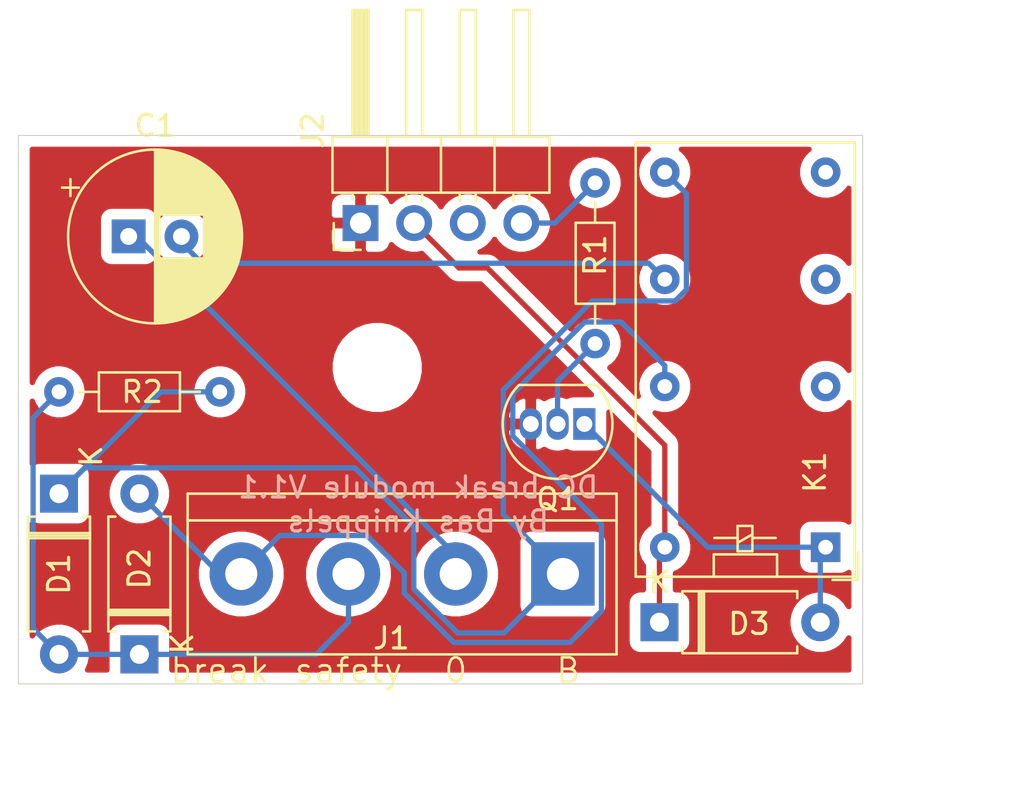
<source format=kicad_pcb>
(kicad_pcb (version 20171130) (host pcbnew "(5.1.6)-1")

  (general
    (thickness 1.6)
    (drawings 11)
    (tracks 61)
    (zones 0)
    (modules 11)
    (nets 15)
  )

  (page A4)
  (layers
    (0 F.Cu signal)
    (31 B.Cu signal)
    (32 B.Adhes user)
    (33 F.Adhes user)
    (34 B.Paste user)
    (35 F.Paste user)
    (36 B.SilkS user)
    (37 F.SilkS user)
    (38 B.Mask user)
    (39 F.Mask user)
    (40 Dwgs.User user)
    (41 Cmts.User user)
    (42 Eco1.User user)
    (43 Eco2.User user)
    (44 Edge.Cuts user)
    (45 Margin user)
    (46 B.CrtYd user)
    (47 F.CrtYd user)
    (48 B.Fab user hide)
    (49 F.Fab user hide)
  )

  (setup
    (last_trace_width 0.25)
    (trace_clearance 0.2)
    (zone_clearance 0.508)
    (zone_45_only no)
    (trace_min 0.2)
    (via_size 0.8)
    (via_drill 0.4)
    (via_min_size 0.4)
    (via_min_drill 0.3)
    (uvia_size 0.3)
    (uvia_drill 0.1)
    (uvias_allowed no)
    (uvia_min_size 0.2)
    (uvia_min_drill 0.1)
    (edge_width 0.05)
    (segment_width 0.2)
    (pcb_text_width 0.3)
    (pcb_text_size 1.5 1.5)
    (mod_edge_width 0.12)
    (mod_text_size 1 1)
    (mod_text_width 0.15)
    (pad_size 1.524 1.524)
    (pad_drill 0.762)
    (pad_to_mask_clearance 0.05)
    (aux_axis_origin 0 0)
    (visible_elements 7FFFFFFF)
    (pcbplotparams
      (layerselection 0x010fc_ffffffff)
      (usegerberextensions false)
      (usegerberattributes true)
      (usegerberadvancedattributes true)
      (creategerberjobfile true)
      (excludeedgelayer true)
      (linewidth 0.100000)
      (plotframeref false)
      (viasonmask false)
      (mode 1)
      (useauxorigin false)
      (hpglpennumber 1)
      (hpglpenspeed 20)
      (hpglpendiameter 15.000000)
      (psnegative false)
      (psa4output false)
      (plotreference true)
      (plotvalue true)
      (plotinvisibletext false)
      (padsonsilk false)
      (subtractmaskfromsilk false)
      (outputformat 1)
      (mirror false)
      (drillshape 0)
      (scaleselection 1)
      (outputdirectory ""))
  )

  (net 0 "")
  (net 1 "Net-(K1-Pad2)")
  (net 2 "Net-(K1-Pad3)")
  (net 3 "Net-(K1-Pad4)")
  (net 4 /O)
  (net 5 /break)
  (net 6 "Net-(C1-Pad2)")
  (net 7 +5V)
  (net 8 "Net-(Q1-Pad2)")
  (net 9 GND)
  (net 10 /B)
  (net 11 /safety)
  (net 12 "Net-(D3-Pad2)")
  (net 13 "Net-(J2-Pad4)")
  (net 14 "Net-(J2-Pad3)")

  (net_class Default "This is the default net class."
    (clearance 0.2)
    (trace_width 0.25)
    (via_dia 0.8)
    (via_drill 0.4)
    (uvia_dia 0.3)
    (uvia_drill 0.1)
    (add_net +5V)
    (add_net /B)
    (add_net /O)
    (add_net /break)
    (add_net /safety)
    (add_net GND)
    (add_net "Net-(C1-Pad2)")
    (add_net "Net-(D3-Pad2)")
    (add_net "Net-(J2-Pad3)")
    (add_net "Net-(J2-Pad4)")
    (add_net "Net-(K1-Pad2)")
    (add_net "Net-(K1-Pad3)")
    (add_net "Net-(K1-Pad4)")
    (add_net "Net-(Q1-Pad2)")
  )

  (module Capacitor_THT:CP_Radial_D8.0mm_P2.50mm (layer F.Cu) (tedit 5AE50EF0) (tstamp 5F892FD4)
    (at 141.224 97.79)
    (descr "CP, Radial series, Radial, pin pitch=2.50mm, , diameter=8mm, Electrolytic Capacitor")
    (tags "CP Radial series Radial pin pitch 2.50mm  diameter 8mm Electrolytic Capacitor")
    (path /5F955C2F)
    (fp_text reference C1 (at 1.25 -5.25) (layer F.SilkS)
      (effects (font (size 1 1) (thickness 0.15)))
    )
    (fp_text value CP (at 1.25 5.25) (layer F.Fab)
      (effects (font (size 1 1) (thickness 0.15)))
    )
    (fp_line (start -2.759698 -2.715) (end -2.759698 -1.915) (layer F.SilkS) (width 0.12))
    (fp_line (start -3.159698 -2.315) (end -2.359698 -2.315) (layer F.SilkS) (width 0.12))
    (fp_line (start 5.331 -0.533) (end 5.331 0.533) (layer F.SilkS) (width 0.12))
    (fp_line (start 5.291 -0.768) (end 5.291 0.768) (layer F.SilkS) (width 0.12))
    (fp_line (start 5.251 -0.948) (end 5.251 0.948) (layer F.SilkS) (width 0.12))
    (fp_line (start 5.211 -1.098) (end 5.211 1.098) (layer F.SilkS) (width 0.12))
    (fp_line (start 5.171 -1.229) (end 5.171 1.229) (layer F.SilkS) (width 0.12))
    (fp_line (start 5.131 -1.346) (end 5.131 1.346) (layer F.SilkS) (width 0.12))
    (fp_line (start 5.091 -1.453) (end 5.091 1.453) (layer F.SilkS) (width 0.12))
    (fp_line (start 5.051 -1.552) (end 5.051 1.552) (layer F.SilkS) (width 0.12))
    (fp_line (start 5.011 -1.645) (end 5.011 1.645) (layer F.SilkS) (width 0.12))
    (fp_line (start 4.971 -1.731) (end 4.971 1.731) (layer F.SilkS) (width 0.12))
    (fp_line (start 4.931 -1.813) (end 4.931 1.813) (layer F.SilkS) (width 0.12))
    (fp_line (start 4.891 -1.89) (end 4.891 1.89) (layer F.SilkS) (width 0.12))
    (fp_line (start 4.851 -1.964) (end 4.851 1.964) (layer F.SilkS) (width 0.12))
    (fp_line (start 4.811 -2.034) (end 4.811 2.034) (layer F.SilkS) (width 0.12))
    (fp_line (start 4.771 -2.102) (end 4.771 2.102) (layer F.SilkS) (width 0.12))
    (fp_line (start 4.731 -2.166) (end 4.731 2.166) (layer F.SilkS) (width 0.12))
    (fp_line (start 4.691 -2.228) (end 4.691 2.228) (layer F.SilkS) (width 0.12))
    (fp_line (start 4.651 -2.287) (end 4.651 2.287) (layer F.SilkS) (width 0.12))
    (fp_line (start 4.611 -2.345) (end 4.611 2.345) (layer F.SilkS) (width 0.12))
    (fp_line (start 4.571 -2.4) (end 4.571 2.4) (layer F.SilkS) (width 0.12))
    (fp_line (start 4.531 -2.454) (end 4.531 2.454) (layer F.SilkS) (width 0.12))
    (fp_line (start 4.491 -2.505) (end 4.491 2.505) (layer F.SilkS) (width 0.12))
    (fp_line (start 4.451 -2.556) (end 4.451 2.556) (layer F.SilkS) (width 0.12))
    (fp_line (start 4.411 -2.604) (end 4.411 2.604) (layer F.SilkS) (width 0.12))
    (fp_line (start 4.371 -2.651) (end 4.371 2.651) (layer F.SilkS) (width 0.12))
    (fp_line (start 4.331 -2.697) (end 4.331 2.697) (layer F.SilkS) (width 0.12))
    (fp_line (start 4.291 -2.741) (end 4.291 2.741) (layer F.SilkS) (width 0.12))
    (fp_line (start 4.251 -2.784) (end 4.251 2.784) (layer F.SilkS) (width 0.12))
    (fp_line (start 4.211 -2.826) (end 4.211 2.826) (layer F.SilkS) (width 0.12))
    (fp_line (start 4.171 -2.867) (end 4.171 2.867) (layer F.SilkS) (width 0.12))
    (fp_line (start 4.131 -2.907) (end 4.131 2.907) (layer F.SilkS) (width 0.12))
    (fp_line (start 4.091 -2.945) (end 4.091 2.945) (layer F.SilkS) (width 0.12))
    (fp_line (start 4.051 -2.983) (end 4.051 2.983) (layer F.SilkS) (width 0.12))
    (fp_line (start 4.011 -3.019) (end 4.011 3.019) (layer F.SilkS) (width 0.12))
    (fp_line (start 3.971 -3.055) (end 3.971 3.055) (layer F.SilkS) (width 0.12))
    (fp_line (start 3.931 -3.09) (end 3.931 3.09) (layer F.SilkS) (width 0.12))
    (fp_line (start 3.891 -3.124) (end 3.891 3.124) (layer F.SilkS) (width 0.12))
    (fp_line (start 3.851 -3.156) (end 3.851 3.156) (layer F.SilkS) (width 0.12))
    (fp_line (start 3.811 -3.189) (end 3.811 3.189) (layer F.SilkS) (width 0.12))
    (fp_line (start 3.771 -3.22) (end 3.771 3.22) (layer F.SilkS) (width 0.12))
    (fp_line (start 3.731 -3.25) (end 3.731 3.25) (layer F.SilkS) (width 0.12))
    (fp_line (start 3.691 -3.28) (end 3.691 3.28) (layer F.SilkS) (width 0.12))
    (fp_line (start 3.651 -3.309) (end 3.651 3.309) (layer F.SilkS) (width 0.12))
    (fp_line (start 3.611 -3.338) (end 3.611 3.338) (layer F.SilkS) (width 0.12))
    (fp_line (start 3.571 -3.365) (end 3.571 3.365) (layer F.SilkS) (width 0.12))
    (fp_line (start 3.531 1.04) (end 3.531 3.392) (layer F.SilkS) (width 0.12))
    (fp_line (start 3.531 -3.392) (end 3.531 -1.04) (layer F.SilkS) (width 0.12))
    (fp_line (start 3.491 1.04) (end 3.491 3.418) (layer F.SilkS) (width 0.12))
    (fp_line (start 3.491 -3.418) (end 3.491 -1.04) (layer F.SilkS) (width 0.12))
    (fp_line (start 3.451 1.04) (end 3.451 3.444) (layer F.SilkS) (width 0.12))
    (fp_line (start 3.451 -3.444) (end 3.451 -1.04) (layer F.SilkS) (width 0.12))
    (fp_line (start 3.411 1.04) (end 3.411 3.469) (layer F.SilkS) (width 0.12))
    (fp_line (start 3.411 -3.469) (end 3.411 -1.04) (layer F.SilkS) (width 0.12))
    (fp_line (start 3.371 1.04) (end 3.371 3.493) (layer F.SilkS) (width 0.12))
    (fp_line (start 3.371 -3.493) (end 3.371 -1.04) (layer F.SilkS) (width 0.12))
    (fp_line (start 3.331 1.04) (end 3.331 3.517) (layer F.SilkS) (width 0.12))
    (fp_line (start 3.331 -3.517) (end 3.331 -1.04) (layer F.SilkS) (width 0.12))
    (fp_line (start 3.291 1.04) (end 3.291 3.54) (layer F.SilkS) (width 0.12))
    (fp_line (start 3.291 -3.54) (end 3.291 -1.04) (layer F.SilkS) (width 0.12))
    (fp_line (start 3.251 1.04) (end 3.251 3.562) (layer F.SilkS) (width 0.12))
    (fp_line (start 3.251 -3.562) (end 3.251 -1.04) (layer F.SilkS) (width 0.12))
    (fp_line (start 3.211 1.04) (end 3.211 3.584) (layer F.SilkS) (width 0.12))
    (fp_line (start 3.211 -3.584) (end 3.211 -1.04) (layer F.SilkS) (width 0.12))
    (fp_line (start 3.171 1.04) (end 3.171 3.606) (layer F.SilkS) (width 0.12))
    (fp_line (start 3.171 -3.606) (end 3.171 -1.04) (layer F.SilkS) (width 0.12))
    (fp_line (start 3.131 1.04) (end 3.131 3.627) (layer F.SilkS) (width 0.12))
    (fp_line (start 3.131 -3.627) (end 3.131 -1.04) (layer F.SilkS) (width 0.12))
    (fp_line (start 3.091 1.04) (end 3.091 3.647) (layer F.SilkS) (width 0.12))
    (fp_line (start 3.091 -3.647) (end 3.091 -1.04) (layer F.SilkS) (width 0.12))
    (fp_line (start 3.051 1.04) (end 3.051 3.666) (layer F.SilkS) (width 0.12))
    (fp_line (start 3.051 -3.666) (end 3.051 -1.04) (layer F.SilkS) (width 0.12))
    (fp_line (start 3.011 1.04) (end 3.011 3.686) (layer F.SilkS) (width 0.12))
    (fp_line (start 3.011 -3.686) (end 3.011 -1.04) (layer F.SilkS) (width 0.12))
    (fp_line (start 2.971 1.04) (end 2.971 3.704) (layer F.SilkS) (width 0.12))
    (fp_line (start 2.971 -3.704) (end 2.971 -1.04) (layer F.SilkS) (width 0.12))
    (fp_line (start 2.931 1.04) (end 2.931 3.722) (layer F.SilkS) (width 0.12))
    (fp_line (start 2.931 -3.722) (end 2.931 -1.04) (layer F.SilkS) (width 0.12))
    (fp_line (start 2.891 1.04) (end 2.891 3.74) (layer F.SilkS) (width 0.12))
    (fp_line (start 2.891 -3.74) (end 2.891 -1.04) (layer F.SilkS) (width 0.12))
    (fp_line (start 2.851 1.04) (end 2.851 3.757) (layer F.SilkS) (width 0.12))
    (fp_line (start 2.851 -3.757) (end 2.851 -1.04) (layer F.SilkS) (width 0.12))
    (fp_line (start 2.811 1.04) (end 2.811 3.774) (layer F.SilkS) (width 0.12))
    (fp_line (start 2.811 -3.774) (end 2.811 -1.04) (layer F.SilkS) (width 0.12))
    (fp_line (start 2.771 1.04) (end 2.771 3.79) (layer F.SilkS) (width 0.12))
    (fp_line (start 2.771 -3.79) (end 2.771 -1.04) (layer F.SilkS) (width 0.12))
    (fp_line (start 2.731 1.04) (end 2.731 3.805) (layer F.SilkS) (width 0.12))
    (fp_line (start 2.731 -3.805) (end 2.731 -1.04) (layer F.SilkS) (width 0.12))
    (fp_line (start 2.691 1.04) (end 2.691 3.821) (layer F.SilkS) (width 0.12))
    (fp_line (start 2.691 -3.821) (end 2.691 -1.04) (layer F.SilkS) (width 0.12))
    (fp_line (start 2.651 1.04) (end 2.651 3.835) (layer F.SilkS) (width 0.12))
    (fp_line (start 2.651 -3.835) (end 2.651 -1.04) (layer F.SilkS) (width 0.12))
    (fp_line (start 2.611 1.04) (end 2.611 3.85) (layer F.SilkS) (width 0.12))
    (fp_line (start 2.611 -3.85) (end 2.611 -1.04) (layer F.SilkS) (width 0.12))
    (fp_line (start 2.571 1.04) (end 2.571 3.863) (layer F.SilkS) (width 0.12))
    (fp_line (start 2.571 -3.863) (end 2.571 -1.04) (layer F.SilkS) (width 0.12))
    (fp_line (start 2.531 1.04) (end 2.531 3.877) (layer F.SilkS) (width 0.12))
    (fp_line (start 2.531 -3.877) (end 2.531 -1.04) (layer F.SilkS) (width 0.12))
    (fp_line (start 2.491 1.04) (end 2.491 3.889) (layer F.SilkS) (width 0.12))
    (fp_line (start 2.491 -3.889) (end 2.491 -1.04) (layer F.SilkS) (width 0.12))
    (fp_line (start 2.451 1.04) (end 2.451 3.902) (layer F.SilkS) (width 0.12))
    (fp_line (start 2.451 -3.902) (end 2.451 -1.04) (layer F.SilkS) (width 0.12))
    (fp_line (start 2.411 1.04) (end 2.411 3.914) (layer F.SilkS) (width 0.12))
    (fp_line (start 2.411 -3.914) (end 2.411 -1.04) (layer F.SilkS) (width 0.12))
    (fp_line (start 2.371 1.04) (end 2.371 3.925) (layer F.SilkS) (width 0.12))
    (fp_line (start 2.371 -3.925) (end 2.371 -1.04) (layer F.SilkS) (width 0.12))
    (fp_line (start 2.331 1.04) (end 2.331 3.936) (layer F.SilkS) (width 0.12))
    (fp_line (start 2.331 -3.936) (end 2.331 -1.04) (layer F.SilkS) (width 0.12))
    (fp_line (start 2.291 1.04) (end 2.291 3.947) (layer F.SilkS) (width 0.12))
    (fp_line (start 2.291 -3.947) (end 2.291 -1.04) (layer F.SilkS) (width 0.12))
    (fp_line (start 2.251 1.04) (end 2.251 3.957) (layer F.SilkS) (width 0.12))
    (fp_line (start 2.251 -3.957) (end 2.251 -1.04) (layer F.SilkS) (width 0.12))
    (fp_line (start 2.211 1.04) (end 2.211 3.967) (layer F.SilkS) (width 0.12))
    (fp_line (start 2.211 -3.967) (end 2.211 -1.04) (layer F.SilkS) (width 0.12))
    (fp_line (start 2.171 1.04) (end 2.171 3.976) (layer F.SilkS) (width 0.12))
    (fp_line (start 2.171 -3.976) (end 2.171 -1.04) (layer F.SilkS) (width 0.12))
    (fp_line (start 2.131 1.04) (end 2.131 3.985) (layer F.SilkS) (width 0.12))
    (fp_line (start 2.131 -3.985) (end 2.131 -1.04) (layer F.SilkS) (width 0.12))
    (fp_line (start 2.091 1.04) (end 2.091 3.994) (layer F.SilkS) (width 0.12))
    (fp_line (start 2.091 -3.994) (end 2.091 -1.04) (layer F.SilkS) (width 0.12))
    (fp_line (start 2.051 1.04) (end 2.051 4.002) (layer F.SilkS) (width 0.12))
    (fp_line (start 2.051 -4.002) (end 2.051 -1.04) (layer F.SilkS) (width 0.12))
    (fp_line (start 2.011 1.04) (end 2.011 4.01) (layer F.SilkS) (width 0.12))
    (fp_line (start 2.011 -4.01) (end 2.011 -1.04) (layer F.SilkS) (width 0.12))
    (fp_line (start 1.971 1.04) (end 1.971 4.017) (layer F.SilkS) (width 0.12))
    (fp_line (start 1.971 -4.017) (end 1.971 -1.04) (layer F.SilkS) (width 0.12))
    (fp_line (start 1.93 1.04) (end 1.93 4.024) (layer F.SilkS) (width 0.12))
    (fp_line (start 1.93 -4.024) (end 1.93 -1.04) (layer F.SilkS) (width 0.12))
    (fp_line (start 1.89 1.04) (end 1.89 4.03) (layer F.SilkS) (width 0.12))
    (fp_line (start 1.89 -4.03) (end 1.89 -1.04) (layer F.SilkS) (width 0.12))
    (fp_line (start 1.85 1.04) (end 1.85 4.037) (layer F.SilkS) (width 0.12))
    (fp_line (start 1.85 -4.037) (end 1.85 -1.04) (layer F.SilkS) (width 0.12))
    (fp_line (start 1.81 1.04) (end 1.81 4.042) (layer F.SilkS) (width 0.12))
    (fp_line (start 1.81 -4.042) (end 1.81 -1.04) (layer F.SilkS) (width 0.12))
    (fp_line (start 1.77 1.04) (end 1.77 4.048) (layer F.SilkS) (width 0.12))
    (fp_line (start 1.77 -4.048) (end 1.77 -1.04) (layer F.SilkS) (width 0.12))
    (fp_line (start 1.73 1.04) (end 1.73 4.052) (layer F.SilkS) (width 0.12))
    (fp_line (start 1.73 -4.052) (end 1.73 -1.04) (layer F.SilkS) (width 0.12))
    (fp_line (start 1.69 1.04) (end 1.69 4.057) (layer F.SilkS) (width 0.12))
    (fp_line (start 1.69 -4.057) (end 1.69 -1.04) (layer F.SilkS) (width 0.12))
    (fp_line (start 1.65 1.04) (end 1.65 4.061) (layer F.SilkS) (width 0.12))
    (fp_line (start 1.65 -4.061) (end 1.65 -1.04) (layer F.SilkS) (width 0.12))
    (fp_line (start 1.61 1.04) (end 1.61 4.065) (layer F.SilkS) (width 0.12))
    (fp_line (start 1.61 -4.065) (end 1.61 -1.04) (layer F.SilkS) (width 0.12))
    (fp_line (start 1.57 1.04) (end 1.57 4.068) (layer F.SilkS) (width 0.12))
    (fp_line (start 1.57 -4.068) (end 1.57 -1.04) (layer F.SilkS) (width 0.12))
    (fp_line (start 1.53 1.04) (end 1.53 4.071) (layer F.SilkS) (width 0.12))
    (fp_line (start 1.53 -4.071) (end 1.53 -1.04) (layer F.SilkS) (width 0.12))
    (fp_line (start 1.49 1.04) (end 1.49 4.074) (layer F.SilkS) (width 0.12))
    (fp_line (start 1.49 -4.074) (end 1.49 -1.04) (layer F.SilkS) (width 0.12))
    (fp_line (start 1.45 -4.076) (end 1.45 4.076) (layer F.SilkS) (width 0.12))
    (fp_line (start 1.41 -4.077) (end 1.41 4.077) (layer F.SilkS) (width 0.12))
    (fp_line (start 1.37 -4.079) (end 1.37 4.079) (layer F.SilkS) (width 0.12))
    (fp_line (start 1.33 -4.08) (end 1.33 4.08) (layer F.SilkS) (width 0.12))
    (fp_line (start 1.29 -4.08) (end 1.29 4.08) (layer F.SilkS) (width 0.12))
    (fp_line (start 1.25 -4.08) (end 1.25 4.08) (layer F.SilkS) (width 0.12))
    (fp_line (start -1.776759 -2.1475) (end -1.776759 -1.3475) (layer F.Fab) (width 0.1))
    (fp_line (start -2.176759 -1.7475) (end -1.376759 -1.7475) (layer F.Fab) (width 0.1))
    (fp_circle (center 1.25 0) (end 5.5 0) (layer F.CrtYd) (width 0.05))
    (fp_circle (center 1.25 0) (end 5.37 0) (layer F.SilkS) (width 0.12))
    (fp_circle (center 1.25 0) (end 5.25 0) (layer F.Fab) (width 0.1))
    (fp_text user %R (at 1.25 0) (layer F.Fab)
      (effects (font (size 1 1) (thickness 0.15)))
    )
    (pad 2 thru_hole circle (at 2.5 0) (size 1.6 1.6) (drill 0.8) (layers *.Cu *.Mask)
      (net 6 "Net-(C1-Pad2)"))
    (pad 1 thru_hole rect (at 0 0) (size 1.6 1.6) (drill 0.8) (layers *.Cu *.Mask)
      (net 4 /O))
    (model ${KISYS3DMOD}/Capacitor_THT.3dshapes/CP_Radial_D8.0mm_P2.50mm.wrl
      (at (xyz 0 0 0))
      (scale (xyz 1 1 1))
      (rotate (xyz 0 0 0))
    )
  )

  (module Connector_PinHeader_2.54mm:PinHeader_1x04_P2.54mm_Horizontal (layer F.Cu) (tedit 59FED5CB) (tstamp 600D9444)
    (at 152.2095 97.155 90)
    (descr "Through hole angled pin header, 1x04, 2.54mm pitch, 6mm pin length, single row")
    (tags "Through hole angled pin header THT 1x04 2.54mm single row")
    (path /5F972F9A)
    (fp_text reference J2 (at 4.385 -2.27 90) (layer F.SilkS)
      (effects (font (size 1 1) (thickness 0.15)))
    )
    (fp_text value Conn_01x04_Male (at 4.385 9.89 90) (layer F.Fab)
      (effects (font (size 1 1) (thickness 0.15)))
    )
    (fp_line (start 2.135 -1.27) (end 4.04 -1.27) (layer F.Fab) (width 0.1))
    (fp_line (start 4.04 -1.27) (end 4.04 8.89) (layer F.Fab) (width 0.1))
    (fp_line (start 4.04 8.89) (end 1.5 8.89) (layer F.Fab) (width 0.1))
    (fp_line (start 1.5 8.89) (end 1.5 -0.635) (layer F.Fab) (width 0.1))
    (fp_line (start 1.5 -0.635) (end 2.135 -1.27) (layer F.Fab) (width 0.1))
    (fp_line (start -0.32 -0.32) (end 1.5 -0.32) (layer F.Fab) (width 0.1))
    (fp_line (start -0.32 -0.32) (end -0.32 0.32) (layer F.Fab) (width 0.1))
    (fp_line (start -0.32 0.32) (end 1.5 0.32) (layer F.Fab) (width 0.1))
    (fp_line (start 4.04 -0.32) (end 10.04 -0.32) (layer F.Fab) (width 0.1))
    (fp_line (start 10.04 -0.32) (end 10.04 0.32) (layer F.Fab) (width 0.1))
    (fp_line (start 4.04 0.32) (end 10.04 0.32) (layer F.Fab) (width 0.1))
    (fp_line (start -0.32 2.22) (end 1.5 2.22) (layer F.Fab) (width 0.1))
    (fp_line (start -0.32 2.22) (end -0.32 2.86) (layer F.Fab) (width 0.1))
    (fp_line (start -0.32 2.86) (end 1.5 2.86) (layer F.Fab) (width 0.1))
    (fp_line (start 4.04 2.22) (end 10.04 2.22) (layer F.Fab) (width 0.1))
    (fp_line (start 10.04 2.22) (end 10.04 2.86) (layer F.Fab) (width 0.1))
    (fp_line (start 4.04 2.86) (end 10.04 2.86) (layer F.Fab) (width 0.1))
    (fp_line (start -0.32 4.76) (end 1.5 4.76) (layer F.Fab) (width 0.1))
    (fp_line (start -0.32 4.76) (end -0.32 5.4) (layer F.Fab) (width 0.1))
    (fp_line (start -0.32 5.4) (end 1.5 5.4) (layer F.Fab) (width 0.1))
    (fp_line (start 4.04 4.76) (end 10.04 4.76) (layer F.Fab) (width 0.1))
    (fp_line (start 10.04 4.76) (end 10.04 5.4) (layer F.Fab) (width 0.1))
    (fp_line (start 4.04 5.4) (end 10.04 5.4) (layer F.Fab) (width 0.1))
    (fp_line (start -0.32 7.3) (end 1.5 7.3) (layer F.Fab) (width 0.1))
    (fp_line (start -0.32 7.3) (end -0.32 7.94) (layer F.Fab) (width 0.1))
    (fp_line (start -0.32 7.94) (end 1.5 7.94) (layer F.Fab) (width 0.1))
    (fp_line (start 4.04 7.3) (end 10.04 7.3) (layer F.Fab) (width 0.1))
    (fp_line (start 10.04 7.3) (end 10.04 7.94) (layer F.Fab) (width 0.1))
    (fp_line (start 4.04 7.94) (end 10.04 7.94) (layer F.Fab) (width 0.1))
    (fp_line (start 1.44 -1.33) (end 1.44 8.95) (layer F.SilkS) (width 0.12))
    (fp_line (start 1.44 8.95) (end 4.1 8.95) (layer F.SilkS) (width 0.12))
    (fp_line (start 4.1 8.95) (end 4.1 -1.33) (layer F.SilkS) (width 0.12))
    (fp_line (start 4.1 -1.33) (end 1.44 -1.33) (layer F.SilkS) (width 0.12))
    (fp_line (start 4.1 -0.38) (end 10.1 -0.38) (layer F.SilkS) (width 0.12))
    (fp_line (start 10.1 -0.38) (end 10.1 0.38) (layer F.SilkS) (width 0.12))
    (fp_line (start 10.1 0.38) (end 4.1 0.38) (layer F.SilkS) (width 0.12))
    (fp_line (start 4.1 -0.32) (end 10.1 -0.32) (layer F.SilkS) (width 0.12))
    (fp_line (start 4.1 -0.2) (end 10.1 -0.2) (layer F.SilkS) (width 0.12))
    (fp_line (start 4.1 -0.08) (end 10.1 -0.08) (layer F.SilkS) (width 0.12))
    (fp_line (start 4.1 0.04) (end 10.1 0.04) (layer F.SilkS) (width 0.12))
    (fp_line (start 4.1 0.16) (end 10.1 0.16) (layer F.SilkS) (width 0.12))
    (fp_line (start 4.1 0.28) (end 10.1 0.28) (layer F.SilkS) (width 0.12))
    (fp_line (start 1.11 -0.38) (end 1.44 -0.38) (layer F.SilkS) (width 0.12))
    (fp_line (start 1.11 0.38) (end 1.44 0.38) (layer F.SilkS) (width 0.12))
    (fp_line (start 1.44 1.27) (end 4.1 1.27) (layer F.SilkS) (width 0.12))
    (fp_line (start 4.1 2.16) (end 10.1 2.16) (layer F.SilkS) (width 0.12))
    (fp_line (start 10.1 2.16) (end 10.1 2.92) (layer F.SilkS) (width 0.12))
    (fp_line (start 10.1 2.92) (end 4.1 2.92) (layer F.SilkS) (width 0.12))
    (fp_line (start 1.042929 2.16) (end 1.44 2.16) (layer F.SilkS) (width 0.12))
    (fp_line (start 1.042929 2.92) (end 1.44 2.92) (layer F.SilkS) (width 0.12))
    (fp_line (start 1.44 3.81) (end 4.1 3.81) (layer F.SilkS) (width 0.12))
    (fp_line (start 4.1 4.7) (end 10.1 4.7) (layer F.SilkS) (width 0.12))
    (fp_line (start 10.1 4.7) (end 10.1 5.46) (layer F.SilkS) (width 0.12))
    (fp_line (start 10.1 5.46) (end 4.1 5.46) (layer F.SilkS) (width 0.12))
    (fp_line (start 1.042929 4.7) (end 1.44 4.7) (layer F.SilkS) (width 0.12))
    (fp_line (start 1.042929 5.46) (end 1.44 5.46) (layer F.SilkS) (width 0.12))
    (fp_line (start 1.44 6.35) (end 4.1 6.35) (layer F.SilkS) (width 0.12))
    (fp_line (start 4.1 7.24) (end 10.1 7.24) (layer F.SilkS) (width 0.12))
    (fp_line (start 10.1 7.24) (end 10.1 8) (layer F.SilkS) (width 0.12))
    (fp_line (start 10.1 8) (end 4.1 8) (layer F.SilkS) (width 0.12))
    (fp_line (start 1.042929 7.24) (end 1.44 7.24) (layer F.SilkS) (width 0.12))
    (fp_line (start 1.042929 8) (end 1.44 8) (layer F.SilkS) (width 0.12))
    (fp_line (start -1.27 0) (end -1.27 -1.27) (layer F.SilkS) (width 0.12))
    (fp_line (start -1.27 -1.27) (end 0 -1.27) (layer F.SilkS) (width 0.12))
    (fp_line (start -1.8 -1.8) (end -1.8 9.4) (layer F.CrtYd) (width 0.05))
    (fp_line (start -1.8 9.4) (end 10.55 9.4) (layer F.CrtYd) (width 0.05))
    (fp_line (start 10.55 9.4) (end 10.55 -1.8) (layer F.CrtYd) (width 0.05))
    (fp_line (start 10.55 -1.8) (end -1.8 -1.8) (layer F.CrtYd) (width 0.05))
    (fp_text user %R (at 2.77 3.81) (layer F.Fab)
      (effects (font (size 1 1) (thickness 0.15)))
    )
    (pad 4 thru_hole oval (at 0 7.62 90) (size 1.7 1.7) (drill 1) (layers *.Cu *.Mask)
      (net 13 "Net-(J2-Pad4)"))
    (pad 3 thru_hole oval (at 0 5.08 90) (size 1.7 1.7) (drill 1) (layers *.Cu *.Mask)
      (net 14 "Net-(J2-Pad3)"))
    (pad 2 thru_hole oval (at 0 2.54 90) (size 1.7 1.7) (drill 1) (layers *.Cu *.Mask)
      (net 7 +5V))
    (pad 1 thru_hole rect (at 0 0 90) (size 1.7 1.7) (drill 1) (layers *.Cu *.Mask)
      (net 9 GND))
    (model ${KISYS3DMOD}/Connector_PinHeader_2.54mm.3dshapes/PinHeader_1x04_P2.54mm_Horizontal.wrl
      (at (xyz 0 0 0))
      (scale (xyz 1 1 1))
      (rotate (xyz 0 0 0))
    )
  )

  (module Diode_THT:D_A-405_P7.62mm_Horizontal (layer F.Cu) (tedit 5AE50CD5) (tstamp 600D8E0B)
    (at 166.37 116.078)
    (descr "Diode, A-405 series, Axial, Horizontal, pin pitch=7.62mm, , length*diameter=5.2*2.7mm^2, , http://www.diodes.com/_files/packages/A-405.pdf")
    (tags "Diode A-405 series Axial Horizontal pin pitch 7.62mm  length 5.2mm diameter 2.7mm")
    (path /601440AD)
    (fp_text reference D3 (at 4.244 0.078) (layer F.SilkS)
      (effects (font (size 1 1) (thickness 0.15)))
    )
    (fp_text value D (at 3.81 2.47) (layer F.Fab)
      (effects (font (size 1 1) (thickness 0.15)))
    )
    (fp_line (start 8.77 -1.6) (end -1.15 -1.6) (layer F.CrtYd) (width 0.05))
    (fp_line (start 8.77 1.6) (end 8.77 -1.6) (layer F.CrtYd) (width 0.05))
    (fp_line (start -1.15 1.6) (end 8.77 1.6) (layer F.CrtYd) (width 0.05))
    (fp_line (start -1.15 -1.6) (end -1.15 1.6) (layer F.CrtYd) (width 0.05))
    (fp_line (start 1.87 -1.47) (end 1.87 1.47) (layer F.SilkS) (width 0.12))
    (fp_line (start 2.11 -1.47) (end 2.11 1.47) (layer F.SilkS) (width 0.12))
    (fp_line (start 1.99 -1.47) (end 1.99 1.47) (layer F.SilkS) (width 0.12))
    (fp_line (start 6.53 1.47) (end 6.53 1.14) (layer F.SilkS) (width 0.12))
    (fp_line (start 1.09 1.47) (end 6.53 1.47) (layer F.SilkS) (width 0.12))
    (fp_line (start 1.09 1.14) (end 1.09 1.47) (layer F.SilkS) (width 0.12))
    (fp_line (start 6.53 -1.47) (end 6.53 -1.14) (layer F.SilkS) (width 0.12))
    (fp_line (start 1.09 -1.47) (end 6.53 -1.47) (layer F.SilkS) (width 0.12))
    (fp_line (start 1.09 -1.14) (end 1.09 -1.47) (layer F.SilkS) (width 0.12))
    (fp_line (start 1.89 -1.35) (end 1.89 1.35) (layer F.Fab) (width 0.1))
    (fp_line (start 2.09 -1.35) (end 2.09 1.35) (layer F.Fab) (width 0.1))
    (fp_line (start 1.99 -1.35) (end 1.99 1.35) (layer F.Fab) (width 0.1))
    (fp_line (start 7.62 0) (end 6.41 0) (layer F.Fab) (width 0.1))
    (fp_line (start 0 0) (end 1.21 0) (layer F.Fab) (width 0.1))
    (fp_line (start 6.41 -1.35) (end 1.21 -1.35) (layer F.Fab) (width 0.1))
    (fp_line (start 6.41 1.35) (end 6.41 -1.35) (layer F.Fab) (width 0.1))
    (fp_line (start 1.21 1.35) (end 6.41 1.35) (layer F.Fab) (width 0.1))
    (fp_line (start 1.21 -1.35) (end 1.21 1.35) (layer F.Fab) (width 0.1))
    (fp_text user K (at 0 -1.9) (layer F.SilkS)
      (effects (font (size 1 1) (thickness 0.15)))
    )
    (fp_text user K (at 0 -1.9) (layer F.Fab)
      (effects (font (size 1 1) (thickness 0.15)))
    )
    (fp_text user %R (at 4.2 0) (layer F.Fab)
      (effects (font (size 1 1) (thickness 0.15)))
    )
    (pad 2 thru_hole oval (at 7.62 0) (size 1.8 1.8) (drill 0.9) (layers *.Cu *.Mask)
      (net 12 "Net-(D3-Pad2)"))
    (pad 1 thru_hole rect (at 0 0) (size 1.8 1.8) (drill 0.9) (layers *.Cu *.Mask)
      (net 7 +5V))
    (model ${KISYS3DMOD}/Diode_THT.3dshapes/D_A-405_P7.62mm_Horizontal.wrl
      (at (xyz 0 0 0))
      (scale (xyz 1 1 1))
      (rotate (xyz 0 0 0))
    )
  )

  (module Diode_THT:D_A-405_P7.62mm_Horizontal (layer F.Cu) (tedit 5AE50CD5) (tstamp 600D7F0C)
    (at 141.732 117.602 90)
    (descr "Diode, A-405 series, Axial, Horizontal, pin pitch=7.62mm, , length*diameter=5.2*2.7mm^2, , http://www.diodes.com/_files/packages/A-405.pdf")
    (tags "Diode A-405 series Axial Horizontal pin pitch 7.62mm  length 5.2mm diameter 2.7mm")
    (path /60137441)
    (fp_text reference D2 (at 4.064 0 90) (layer F.SilkS)
      (effects (font (size 1 1) (thickness 0.15)))
    )
    (fp_text value D (at 3.81 2.47 90) (layer F.Fab)
      (effects (font (size 1 1) (thickness 0.15)))
    )
    (fp_line (start 8.77 -1.6) (end -1.15 -1.6) (layer F.CrtYd) (width 0.05))
    (fp_line (start 8.77 1.6) (end 8.77 -1.6) (layer F.CrtYd) (width 0.05))
    (fp_line (start -1.15 1.6) (end 8.77 1.6) (layer F.CrtYd) (width 0.05))
    (fp_line (start -1.15 -1.6) (end -1.15 1.6) (layer F.CrtYd) (width 0.05))
    (fp_line (start 1.87 -1.47) (end 1.87 1.47) (layer F.SilkS) (width 0.12))
    (fp_line (start 2.11 -1.47) (end 2.11 1.47) (layer F.SilkS) (width 0.12))
    (fp_line (start 1.99 -1.47) (end 1.99 1.47) (layer F.SilkS) (width 0.12))
    (fp_line (start 6.53 1.47) (end 6.53 1.14) (layer F.SilkS) (width 0.12))
    (fp_line (start 1.09 1.47) (end 6.53 1.47) (layer F.SilkS) (width 0.12))
    (fp_line (start 1.09 1.14) (end 1.09 1.47) (layer F.SilkS) (width 0.12))
    (fp_line (start 6.53 -1.47) (end 6.53 -1.14) (layer F.SilkS) (width 0.12))
    (fp_line (start 1.09 -1.47) (end 6.53 -1.47) (layer F.SilkS) (width 0.12))
    (fp_line (start 1.09 -1.14) (end 1.09 -1.47) (layer F.SilkS) (width 0.12))
    (fp_line (start 1.89 -1.35) (end 1.89 1.35) (layer F.Fab) (width 0.1))
    (fp_line (start 2.09 -1.35) (end 2.09 1.35) (layer F.Fab) (width 0.1))
    (fp_line (start 1.99 -1.35) (end 1.99 1.35) (layer F.Fab) (width 0.1))
    (fp_line (start 7.62 0) (end 6.41 0) (layer F.Fab) (width 0.1))
    (fp_line (start 0 0) (end 1.21 0) (layer F.Fab) (width 0.1))
    (fp_line (start 6.41 -1.35) (end 1.21 -1.35) (layer F.Fab) (width 0.1))
    (fp_line (start 6.41 1.35) (end 6.41 -1.35) (layer F.Fab) (width 0.1))
    (fp_line (start 1.21 1.35) (end 6.41 1.35) (layer F.Fab) (width 0.1))
    (fp_line (start 1.21 -1.35) (end 1.21 1.35) (layer F.Fab) (width 0.1))
    (fp_text user K (at 0.508 2.032 90) (layer F.SilkS)
      (effects (font (size 1 1) (thickness 0.15)))
    )
    (fp_text user K (at 0 -1.9 90) (layer F.Fab)
      (effects (font (size 1 1) (thickness 0.15)))
    )
    (fp_text user %R (at 4.2 0 90) (layer F.Fab)
      (effects (font (size 1 1) (thickness 0.15)))
    )
    (pad 2 thru_hole oval (at 7.62 0 90) (size 1.8 1.8) (drill 0.9) (layers *.Cu *.Mask)
      (net 5 /break))
    (pad 1 thru_hole rect (at 0 0 90) (size 1.8 1.8) (drill 0.9) (layers *.Cu *.Mask)
      (net 11 /safety))
    (model ${KISYS3DMOD}/Diode_THT.3dshapes/D_A-405_P7.62mm_Horizontal.wrl
      (at (xyz 0 0 0))
      (scale (xyz 1 1 1))
      (rotate (xyz 0 0 0))
    )
  )

  (module Diode_THT:D_A-405_P7.62mm_Horizontal (layer F.Cu) (tedit 5AE50CD5) (tstamp 600D7EED)
    (at 137.922 109.982 270)
    (descr "Diode, A-405 series, Axial, Horizontal, pin pitch=7.62mm, , length*diameter=5.2*2.7mm^2, , http://www.diodes.com/_files/packages/A-405.pdf")
    (tags "Diode A-405 series Axial Horizontal pin pitch 7.62mm  length 5.2mm diameter 2.7mm")
    (path /6013CFC2)
    (fp_text reference D1 (at 3.81 0 90) (layer F.SilkS)
      (effects (font (size 1 1) (thickness 0.15)))
    )
    (fp_text value D (at 3.81 2.47 90) (layer F.Fab)
      (effects (font (size 1 1) (thickness 0.15)))
    )
    (fp_line (start 8.77 -1.6) (end -1.15 -1.6) (layer F.CrtYd) (width 0.05))
    (fp_line (start 8.77 1.6) (end 8.77 -1.6) (layer F.CrtYd) (width 0.05))
    (fp_line (start -1.15 1.6) (end 8.77 1.6) (layer F.CrtYd) (width 0.05))
    (fp_line (start -1.15 -1.6) (end -1.15 1.6) (layer F.CrtYd) (width 0.05))
    (fp_line (start 1.87 -1.47) (end 1.87 1.47) (layer F.SilkS) (width 0.12))
    (fp_line (start 2.11 -1.47) (end 2.11 1.47) (layer F.SilkS) (width 0.12))
    (fp_line (start 1.99 -1.47) (end 1.99 1.47) (layer F.SilkS) (width 0.12))
    (fp_line (start 6.53 1.47) (end 6.53 1.14) (layer F.SilkS) (width 0.12))
    (fp_line (start 1.09 1.47) (end 6.53 1.47) (layer F.SilkS) (width 0.12))
    (fp_line (start 1.09 1.14) (end 1.09 1.47) (layer F.SilkS) (width 0.12))
    (fp_line (start 6.53 -1.47) (end 6.53 -1.14) (layer F.SilkS) (width 0.12))
    (fp_line (start 1.09 -1.47) (end 6.53 -1.47) (layer F.SilkS) (width 0.12))
    (fp_line (start 1.09 -1.14) (end 1.09 -1.47) (layer F.SilkS) (width 0.12))
    (fp_line (start 1.89 -1.35) (end 1.89 1.35) (layer F.Fab) (width 0.1))
    (fp_line (start 2.09 -1.35) (end 2.09 1.35) (layer F.Fab) (width 0.1))
    (fp_line (start 1.99 -1.35) (end 1.99 1.35) (layer F.Fab) (width 0.1))
    (fp_line (start 7.62 0) (end 6.41 0) (layer F.Fab) (width 0.1))
    (fp_line (start 0 0) (end 1.21 0) (layer F.Fab) (width 0.1))
    (fp_line (start 6.41 -1.35) (end 1.21 -1.35) (layer F.Fab) (width 0.1))
    (fp_line (start 6.41 1.35) (end 6.41 -1.35) (layer F.Fab) (width 0.1))
    (fp_line (start 1.21 1.35) (end 6.41 1.35) (layer F.Fab) (width 0.1))
    (fp_line (start 1.21 -1.35) (end 1.21 1.35) (layer F.Fab) (width 0.1))
    (fp_text user K (at -1.778 -1.524 90) (layer F.SilkS)
      (effects (font (size 1 1) (thickness 0.15)))
    )
    (fp_text user K (at 0 -1.9 90) (layer F.Fab)
      (effects (font (size 1 1) (thickness 0.15)))
    )
    (fp_text user %R (at 4.2 0 90) (layer F.Fab)
      (effects (font (size 1 1) (thickness 0.15)))
    )
    (pad 2 thru_hole oval (at 7.62 0 270) (size 1.8 1.8) (drill 0.9) (layers *.Cu *.Mask)
      (net 11 /safety))
    (pad 1 thru_hole rect (at 0 0 270) (size 1.8 1.8) (drill 0.9) (layers *.Cu *.Mask)
      (net 10 /B))
    (model ${KISYS3DMOD}/Diode_THT.3dshapes/D_A-405_P7.62mm_Horizontal.wrl
      (at (xyz 0 0 0))
      (scale (xyz 1 1 1))
      (rotate (xyz 0 0 0))
    )
  )

  (module TerminalBlock:TerminalBlock_bornier-4_P5.08mm (layer F.Cu) (tedit 59FF03D1) (tstamp 5F88FB6F)
    (at 161.798 113.792 180)
    (descr "simple 4-pin terminal block, pitch 5.08mm, revamped version of bornier4")
    (tags "terminal block bornier4")
    (path /5F950D7B)
    (fp_text reference J1 (at 8.128 -3.048) (layer F.SilkS)
      (effects (font (size 1 1) (thickness 0.15)))
    )
    (fp_text value Screw_Terminal_01x02 (at 7.6 4.75) (layer F.Fab)
      (effects (font (size 1 1) (thickness 0.15)))
    )
    (fp_line (start -2.48 2.55) (end 17.72 2.55) (layer F.Fab) (width 0.1))
    (fp_line (start -2.43 3.75) (end -2.48 3.75) (layer F.Fab) (width 0.1))
    (fp_line (start -2.48 3.75) (end -2.48 -3.75) (layer F.Fab) (width 0.1))
    (fp_line (start -2.48 -3.75) (end 17.72 -3.75) (layer F.Fab) (width 0.1))
    (fp_line (start 17.72 -3.75) (end 17.72 3.75) (layer F.Fab) (width 0.1))
    (fp_line (start 17.72 3.75) (end -2.43 3.75) (layer F.Fab) (width 0.1))
    (fp_line (start -2.54 -3.81) (end -2.54 3.81) (layer F.SilkS) (width 0.12))
    (fp_line (start 17.78 3.81) (end 17.78 -3.81) (layer F.SilkS) (width 0.12))
    (fp_line (start 17.78 2.54) (end -2.54 2.54) (layer F.SilkS) (width 0.12))
    (fp_line (start -2.54 -3.81) (end 17.78 -3.81) (layer F.SilkS) (width 0.12))
    (fp_line (start -2.54 3.81) (end 17.78 3.81) (layer F.SilkS) (width 0.12))
    (fp_line (start -2.73 -4) (end 17.97 -4) (layer F.CrtYd) (width 0.05))
    (fp_line (start -2.73 -4) (end -2.73 4) (layer F.CrtYd) (width 0.05))
    (fp_line (start 17.97 4) (end 17.97 -4) (layer F.CrtYd) (width 0.05))
    (fp_line (start 17.97 4) (end -2.73 4) (layer F.CrtYd) (width 0.05))
    (fp_text user %R (at 7.62 0) (layer F.Fab)
      (effects (font (size 1 1) (thickness 0.15)))
    )
    (pad 2 thru_hole circle (at 5.08 0 180) (size 3 3) (drill 1.52) (layers *.Cu *.Mask)
      (net 4 /O))
    (pad 3 thru_hole circle (at 10.16 0 180) (size 3 3) (drill 1.52) (layers *.Cu *.Mask)
      (net 11 /safety))
    (pad 1 thru_hole rect (at 0 0 180) (size 3 3) (drill 1.52) (layers *.Cu *.Mask)
      (net 10 /B))
    (pad 4 thru_hole circle (at 15.24 0 180) (size 3 3) (drill 1.52) (layers *.Cu *.Mask)
      (net 5 /break))
    (model ${KISYS3DMOD}/TerminalBlock.3dshapes/TerminalBlock_bornier-4_P5.08mm.wrl
      (offset (xyz 7.619999885559082 0 0))
      (scale (xyz 1 1 1))
      (rotate (xyz 0 0 0))
    )
  )

  (module Relay_THT:Relay_DPDT_Omron_G5V-2 (layer F.Cu) (tedit 5F885693) (tstamp 600D91E5)
    (at 174.244 112.522 180)
    (descr http://omronfs.omron.com/en_US/ecb/products/pdf/en-g5v2.pdf)
    (tags "Omron G5V-2 Relay DPDT")
    (path /5F95956D)
    (fp_text reference K1 (at 0.508 3.556 270) (layer F.SilkS)
      (effects (font (size 1 1) (thickness 0.15)))
    )
    (fp_text value AZ850-x (at 3.81 20.5) (layer F.Fab)
      (effects (font (size 1 1) (thickness 0.15)))
    )
    (fp_line (start -1.48 -1.5) (end -1.48 19.3) (layer F.CrtYd) (width 0.05))
    (fp_line (start 4.17 -0.19) (end 3.47 -0.19) (layer F.SilkS) (width 0.12))
    (fp_line (start 4.17 1.01) (end 4.17 -0.19) (layer F.SilkS) (width 0.12))
    (fp_line (start 3.47 1.01) (end 4.17 1.01) (layer F.SilkS) (width 0.12))
    (fp_line (start 3.47 -0.19) (end 3.47 1.01) (layer F.SilkS) (width 0.12))
    (fp_line (start 3.47 0.61) (end 4.17 0.21) (layer F.SilkS) (width 0.12))
    (fp_line (start 4.17 0.44) (end 5.27 0.44) (layer F.SilkS) (width 0.12))
    (fp_line (start 3.47 0.44) (end 2.37 0.44) (layer F.SilkS) (width 0.12))
    (fp_line (start 9.1 -1.5) (end 9.1 19.3) (layer F.CrtYd) (width 0.05))
    (fp_line (start -1.48 -1.5) (end 9.1 -1.5) (layer F.CrtYd) (width 0.05))
    (fp_line (start 9.1 19.3) (end -1.48 19.3) (layer F.CrtYd) (width 0.05))
    (fp_line (start 5.3 -0.34) (end 5.3 -1.4) (layer F.SilkS) (width 0.12))
    (fp_line (start 2.3 -0.34) (end 5.3 -0.34) (layer F.SilkS) (width 0.12))
    (fp_line (start 2.3 -1.4) (end 2.3 -0.36) (layer F.SilkS) (width 0.12))
    (fp_line (start 9 -1.4) (end -1.38 -1.4) (layer F.SilkS) (width 0.12))
    (fp_line (start 9 19.19) (end 9 -1.4) (layer F.SilkS) (width 0.12))
    (fp_line (start -1.38 19.19) (end 9 19.19) (layer F.SilkS) (width 0.12))
    (fp_line (start -1.38 -1.4) (end -1.38 19.19) (layer F.SilkS) (width 0.12))
    (fp_line (start 8.86 19.04) (end 8.86 -1.26) (layer F.Fab) (width 0.1))
    (fp_line (start -1.24 19.04) (end 8.86 19.04) (layer F.Fab) (width 0.1))
    (fp_line (start -1.24 -0.25) (end -1.24 19.04) (layer F.Fab) (width 0.1))
    (fp_line (start 8.86 -1.26) (end -0.33 -1.26) (layer F.Fab) (width 0.1))
    (fp_line (start -1.24 -0.25) (end -0.33 -1.26) (layer F.Fab) (width 0.1))
    (fp_line (start -1.54 -0.25) (end -1.54 -1.55) (layer F.SilkS) (width 0.12))
    (fp_line (start -1.54 -1.55) (end -0.33 -1.55) (layer F.SilkS) (width 0.12))
    (fp_text user %R (at 3.94 9.16) (layer F.Fab)
      (effects (font (size 1 1) (thickness 0.15)))
    )
    (pad 8 thru_hole circle (at 7.62 7.62 180) (size 1.4 1.4) (drill 0.7) (layers *.Cu *.Mask)
      (net 5 /break))
    (pad 9 thru_hole circle (at 7.62 17.78 180) (size 1.4 1.4) (drill 0.7) (layers *.Cu *.Mask)
      (net 10 /B))
    (pad 7 thru_hole circle (at 7.62 12.7 180) (size 1.4 1.4) (drill 0.7) (layers *.Cu *.Mask)
      (net 6 "Net-(C1-Pad2)"))
    (pad 3 thru_hole circle (at 0 7.62 180) (size 1.4 1.4) (drill 0.7) (layers *.Cu *.Mask)
      (net 2 "Net-(K1-Pad3)"))
    (pad 4 thru_hole circle (at 0 17.78 180) (size 1.4 1.4) (drill 0.7) (layers *.Cu *.Mask)
      (net 3 "Net-(K1-Pad4)"))
    (pad 2 thru_hole circle (at 0 12.7 180) (size 1.4 1.4) (drill 0.7) (layers *.Cu *.Mask)
      (net 1 "Net-(K1-Pad2)"))
    (pad 10 thru_hole circle (at 7.62 0 180) (size 1.4 1.4) (drill 0.7) (layers *.Cu *.Mask)
      (net 7 +5V))
    (pad 1 thru_hole rect (at 0 0 180) (size 1.4 1.4) (drill 0.7) (layers *.Cu *.Mask)
      (net 12 "Net-(D3-Pad2)"))
    (model ${KISYS3DMOD}/Relay_THT.3dshapes/Relay_DPDT_Omron_G5V-2.wrl
      (at (xyz 0 0 0))
      (scale (xyz 1 1 1))
      (rotate (xyz 0 0 0))
    )
  )

  (module MountingHole:MountingHole_3.2mm_M3 (layer F.Cu) (tedit 56D1B4CB) (tstamp 5F895724)
    (at 153 104)
    (descr "Mounting Hole 3.2mm, no annular, M3")
    (tags "mounting hole 3.2mm no annular m3")
    (attr virtual)
    (fp_text reference d (at -4.318 1.778) (layer Dwgs.User)
      (effects (font (size 1 1) (thickness 0.15)))
    )
    (fp_text value MountingHole_3.2mm_M3 (at 0 4.2) (layer F.Fab)
      (effects (font (size 1 1) (thickness 0.15)))
    )
    (fp_circle (center 0 0) (end 3.2 0) (layer Cmts.User) (width 0.15))
    (fp_circle (center 0 0) (end 3.45 0) (layer F.CrtYd) (width 0.05))
    (fp_text user %R (at 0.3 0) (layer F.Fab)
      (effects (font (size 1 1) (thickness 0.15)))
    )
    (pad 1 np_thru_hole circle (at 0 0) (size 3.2 3.2) (drill 3.2) (layers *.Cu *.Mask))
  )

  (module Package_TO_SOT_THT:TO-92_Inline (layer F.Cu) (tedit 5A1DD157) (tstamp 5F88F169)
    (at 162.814 106.68 180)
    (descr "TO-92 leads in-line, narrow, oval pads, drill 0.75mm (see NXP sot054_po.pdf)")
    (tags "to-92 sc-43 sc-43a sot54 PA33 transistor")
    (path /5F95F58C)
    (fp_text reference Q1 (at 1.27 -3.56) (layer F.SilkS)
      (effects (font (size 1 1) (thickness 0.15)))
    )
    (fp_text value BC547 (at 1.27 2.79) (layer F.Fab)
      (effects (font (size 1 1) (thickness 0.15)))
    )
    (fp_line (start -0.53 1.85) (end 3.07 1.85) (layer F.SilkS) (width 0.12))
    (fp_line (start -0.5 1.75) (end 3 1.75) (layer F.Fab) (width 0.1))
    (fp_line (start -1.46 -2.73) (end 4 -2.73) (layer F.CrtYd) (width 0.05))
    (fp_line (start -1.46 -2.73) (end -1.46 2.01) (layer F.CrtYd) (width 0.05))
    (fp_line (start 4 2.01) (end 4 -2.73) (layer F.CrtYd) (width 0.05))
    (fp_line (start 4 2.01) (end -1.46 2.01) (layer F.CrtYd) (width 0.05))
    (fp_text user %R (at 1.27 -3.56) (layer F.Fab)
      (effects (font (size 1 1) (thickness 0.15)))
    )
    (fp_arc (start 1.27 0) (end 1.27 -2.48) (angle 135) (layer F.Fab) (width 0.1))
    (fp_arc (start 1.27 0) (end 1.27 -2.6) (angle -135) (layer F.SilkS) (width 0.12))
    (fp_arc (start 1.27 0) (end 1.27 -2.48) (angle -135) (layer F.Fab) (width 0.1))
    (fp_arc (start 1.27 0) (end 1.27 -2.6) (angle 135) (layer F.SilkS) (width 0.12))
    (pad 2 thru_hole oval (at 1.27 0 180) (size 1.05 1.5) (drill 0.75) (layers *.Cu *.Mask)
      (net 8 "Net-(Q1-Pad2)"))
    (pad 3 thru_hole oval (at 2.54 0 180) (size 1.05 1.5) (drill 0.75) (layers *.Cu *.Mask)
      (net 9 GND))
    (pad 1 thru_hole rect (at 0 0 180) (size 1.05 1.5) (drill 0.75) (layers *.Cu *.Mask)
      (net 12 "Net-(D3-Pad2)"))
    (model ${KISYS3DMOD}/Package_TO_SOT_THT.3dshapes/TO-92_Inline.wrl
      (at (xyz 0 0 0))
      (scale (xyz 1 1 1))
      (rotate (xyz 0 0 0))
    )
  )

  (module Resistor_THT:R_Axial_DIN0204_L3.6mm_D1.6mm_P7.62mm_Horizontal (layer F.Cu) (tedit 5AE5139B) (tstamp 600DAC9E)
    (at 163.322 102.87 90)
    (descr "Resistor, Axial_DIN0204 series, Axial, Horizontal, pin pitch=7.62mm, 0.167W, length*diameter=3.6*1.6mm^2, http://cdn-reichelt.de/documents/datenblatt/B400/1_4W%23YAG.pdf")
    (tags "Resistor Axial_DIN0204 series Axial Horizontal pin pitch 7.62mm 0.167W length 3.6mm diameter 1.6mm")
    (path /5F9629BC)
    (fp_text reference R1 (at 4.191 0 90) (layer F.SilkS)
      (effects (font (size 1 1) (thickness 0.15)))
    )
    (fp_text value R (at 3.81 1.92 90) (layer F.Fab)
      (effects (font (size 1 1) (thickness 0.15)))
    )
    (fp_line (start 8.57 -1.05) (end -0.95 -1.05) (layer F.CrtYd) (width 0.05))
    (fp_line (start 8.57 1.05) (end 8.57 -1.05) (layer F.CrtYd) (width 0.05))
    (fp_line (start -0.95 1.05) (end 8.57 1.05) (layer F.CrtYd) (width 0.05))
    (fp_line (start -0.95 -1.05) (end -0.95 1.05) (layer F.CrtYd) (width 0.05))
    (fp_line (start 6.68 0) (end 5.73 0) (layer F.SilkS) (width 0.12))
    (fp_line (start 0.94 0) (end 1.89 0) (layer F.SilkS) (width 0.12))
    (fp_line (start 5.73 -0.92) (end 1.89 -0.92) (layer F.SilkS) (width 0.12))
    (fp_line (start 5.73 0.92) (end 5.73 -0.92) (layer F.SilkS) (width 0.12))
    (fp_line (start 1.89 0.92) (end 5.73 0.92) (layer F.SilkS) (width 0.12))
    (fp_line (start 1.89 -0.92) (end 1.89 0.92) (layer F.SilkS) (width 0.12))
    (fp_line (start 7.62 0) (end 5.61 0) (layer F.Fab) (width 0.1))
    (fp_line (start 0 0) (end 2.01 0) (layer F.Fab) (width 0.1))
    (fp_line (start 5.61 -0.8) (end 2.01 -0.8) (layer F.Fab) (width 0.1))
    (fp_line (start 5.61 0.8) (end 5.61 -0.8) (layer F.Fab) (width 0.1))
    (fp_line (start 2.01 0.8) (end 5.61 0.8) (layer F.Fab) (width 0.1))
    (fp_line (start 2.01 -0.8) (end 2.01 0.8) (layer F.Fab) (width 0.1))
    (fp_text user %R (at 3.937 0.127 90) (layer F.Fab)
      (effects (font (size 0.72 0.72) (thickness 0.108)))
    )
    (pad 2 thru_hole oval (at 7.62 0 90) (size 1.4 1.4) (drill 0.7) (layers *.Cu *.Mask)
      (net 13 "Net-(J2-Pad4)"))
    (pad 1 thru_hole circle (at 0 0 90) (size 1.4 1.4) (drill 0.7) (layers *.Cu *.Mask)
      (net 8 "Net-(Q1-Pad2)"))
    (model ${KISYS3DMOD}/Resistor_THT.3dshapes/R_Axial_DIN0204_L3.6mm_D1.6mm_P7.62mm_Horizontal.wrl
      (at (xyz 0 0 0))
      (scale (xyz 1 1 1))
      (rotate (xyz 0 0 0))
    )
  )

  (module Resistor_THT:R_Axial_DIN0204_L3.6mm_D1.6mm_P7.62mm_Horizontal (layer F.Cu) (tedit 5AE5139B) (tstamp 5F89380E)
    (at 145.542 105.156 180)
    (descr "Resistor, Axial_DIN0204 series, Axial, Horizontal, pin pitch=7.62mm, 0.167W, length*diameter=3.6*1.6mm^2, http://cdn-reichelt.de/documents/datenblatt/B400/1_4W%23YAG.pdf")
    (tags "Resistor Axial_DIN0204 series Axial Horizontal pin pitch 7.62mm 0.167W length 3.6mm diameter 1.6mm")
    (path /5F9540E1)
    (fp_text reference R2 (at 3.683 0) (layer F.SilkS)
      (effects (font (size 1 1) (thickness 0.15)))
    )
    (fp_text value R (at 3.81 1.92) (layer F.Fab)
      (effects (font (size 1 1) (thickness 0.15)))
    )
    (fp_line (start 2.01 -0.8) (end 2.01 0.8) (layer F.Fab) (width 0.1))
    (fp_line (start 2.01 0.8) (end 5.61 0.8) (layer F.Fab) (width 0.1))
    (fp_line (start 5.61 0.8) (end 5.61 -0.8) (layer F.Fab) (width 0.1))
    (fp_line (start 5.61 -0.8) (end 2.01 -0.8) (layer F.Fab) (width 0.1))
    (fp_line (start 0 0) (end 2.01 0) (layer F.Fab) (width 0.1))
    (fp_line (start 7.62 0) (end 5.61 0) (layer F.Fab) (width 0.1))
    (fp_line (start 1.89 -0.92) (end 1.89 0.92) (layer F.SilkS) (width 0.12))
    (fp_line (start 1.89 0.92) (end 5.73 0.92) (layer F.SilkS) (width 0.12))
    (fp_line (start 5.73 0.92) (end 5.73 -0.92) (layer F.SilkS) (width 0.12))
    (fp_line (start 5.73 -0.92) (end 1.89 -0.92) (layer F.SilkS) (width 0.12))
    (fp_line (start 0.94 0) (end 1.89 0) (layer F.SilkS) (width 0.12))
    (fp_line (start 6.68 0) (end 5.73 0) (layer F.SilkS) (width 0.12))
    (fp_line (start -0.95 -1.05) (end -0.95 1.05) (layer F.CrtYd) (width 0.05))
    (fp_line (start -0.95 1.05) (end 8.57 1.05) (layer F.CrtYd) (width 0.05))
    (fp_line (start 8.57 1.05) (end 8.57 -1.05) (layer F.CrtYd) (width 0.05))
    (fp_line (start 8.57 -1.05) (end -0.95 -1.05) (layer F.CrtYd) (width 0.05))
    (fp_text user %R (at 3.81 0) (layer F.Fab)
      (effects (font (size 0.72 0.72) (thickness 0.108)))
    )
    (pad 1 thru_hole circle (at 0 0 180) (size 1.4 1.4) (drill 0.7) (layers *.Cu *.Mask)
      (net 10 /B))
    (pad 2 thru_hole oval (at 7.62 0 180) (size 1.4 1.4) (drill 0.7) (layers *.Cu *.Mask)
      (net 11 /safety))
    (model ${KISYS3DMOD}/Resistor_THT.3dshapes/R_Axial_DIN0204_L3.6mm_D1.6mm_P7.62mm_Horizontal.wrl
      (at (xyz 0 0 0))
      (scale (xyz 1 1 1))
      (rotate (xyz 0 0 0))
    )
  )

  (dimension 26 (width 0.15) (layer Dwgs.User)
    (gr_text "26.000 mm" (at 182.3 106 90) (layer Dwgs.User)
      (effects (font (size 1 1) (thickness 0.15)))
    )
    (feature1 (pts (xy 176 93) (xy 181.586421 93)))
    (feature2 (pts (xy 176 119) (xy 181.586421 119)))
    (crossbar (pts (xy 181 119) (xy 181 93)))
    (arrow1a (pts (xy 181 93) (xy 181.586421 94.126504)))
    (arrow1b (pts (xy 181 93) (xy 180.413579 94.126504)))
    (arrow2a (pts (xy 181 119) (xy 181.586421 117.873496)))
    (arrow2b (pts (xy 181 119) (xy 180.413579 117.873496)))
  )
  (dimension 40 (width 0.15) (layer Dwgs.User)
    (gr_text "40.000 mm" (at 156 124.49) (layer Dwgs.User)
      (effects (font (size 1 1) (thickness 0.15)))
    )
    (feature1 (pts (xy 136 119.19) (xy 136 123.776421)))
    (feature2 (pts (xy 176 119.19) (xy 176 123.776421)))
    (crossbar (pts (xy 176 123.19) (xy 136 123.19)))
    (arrow1a (pts (xy 136 123.19) (xy 137.126504 122.603579)))
    (arrow1b (pts (xy 136 123.19) (xy 137.126504 123.776421)))
    (arrow2a (pts (xy 176 123.19) (xy 174.873496 122.603579)))
    (arrow2b (pts (xy 176 123.19) (xy 174.873496 123.776421)))
  )
  (gr_line (start 136 119) (end 136 93) (layer Edge.Cuts) (width 0.05) (tstamp 600DAB1B))
  (gr_line (start 176 119) (end 136 119) (layer Edge.Cuts) (width 0.05))
  (gr_line (start 176 93) (end 176 119) (layer Edge.Cuts) (width 0.05))
  (gr_line (start 136 93) (end 176 93) (layer Edge.Cuts) (width 0.05))
  (gr_text "DC break module V1.1\nBy Bas Knippels" (at 154.94 110.49) (layer B.SilkS)
    (effects (font (size 1 1) (thickness 0.15)) (justify mirror))
  )
  (gr_text B (at 162.052 118.364) (layer F.SilkS) (tstamp 5FE380F3)
    (effects (font (size 1.143 1.143) (thickness 0.127)))
  )
  (gr_text 0 (at 156.718 118.364) (layer F.SilkS) (tstamp 5FE380E7)
    (effects (font (size 1.143 1.143) (thickness 0.127)))
  )
  (gr_text safety (at 151.638 118.364) (layer F.SilkS) (tstamp 5FE380E7)
    (effects (font (size 1.143 1.143) (thickness 0.127)))
  )
  (gr_text break (at 145.542 118.364) (layer F.SilkS)
    (effects (font (size 1.143 1.143) (thickness 0.127)))
  )

  (segment (start 141.60641 97.79) (end 141.224 97.79) (width 0.25) (layer B.Cu) (net 4))
  (segment (start 156.718 112.90159) (end 141.60641 97.79) (width 0.25) (layer B.Cu) (net 4))
  (segment (start 156.718 113.792) (end 156.718 112.90159) (width 0.25) (layer B.Cu) (net 4))
  (segment (start 145.542 113.792) (end 146.558 113.792) (width 0.25) (layer B.Cu) (net 5))
  (segment (start 141.732 109.982) (end 145.542 113.792) (width 0.25) (layer B.Cu) (net 5))
  (segment (start 166.624 103.912051) (end 166.624 104.902) (width 0.25) (layer B.Cu) (net 5))
  (segment (start 164.556948 101.844999) (end 166.624 103.912051) (width 0.25) (layer B.Cu) (net 5))
  (segment (start 162.829999 101.844999) (end 164.556948 101.844999) (width 0.25) (layer B.Cu) (net 5))
  (segment (start 159.42399 105.251008) (end 162.829999 101.844999) (width 0.25) (layer B.Cu) (net 5))
  (segment (start 163.623001 111.456096) (end 159.42399 107.257085) (width 0.25) (layer B.Cu) (net 5))
  (segment (start 163.623001 115.552001) (end 163.623001 111.456096) (width 0.25) (layer B.Cu) (net 5))
  (segment (start 162.138992 117.03601) (end 163.623001 115.552001) (width 0.25) (layer B.Cu) (net 5))
  (segment (start 159.42399 107.257085) (end 159.42399 105.251008) (width 0.25) (layer B.Cu) (net 5))
  (segment (start 156.624598 117.03601) (end 162.138992 117.03601) (width 0.25) (layer B.Cu) (net 5))
  (segment (start 154.282489 114.693901) (end 156.624598 117.03601) (width 0.25) (layer B.Cu) (net 5))
  (segment (start 154.28249 113.735488) (end 154.282489 114.693901) (width 0.25) (layer B.Cu) (net 5))
  (segment (start 152.514001 111.966999) (end 154.28249 113.735488) (width 0.25) (layer B.Cu) (net 5))
  (segment (start 148.383001 111.966999) (end 152.514001 111.966999) (width 0.25) (layer B.Cu) (net 5))
  (segment (start 146.558 113.792) (end 148.383001 111.966999) (width 0.25) (layer B.Cu) (net 5))
  (segment (start 165.862 99.06) (end 166.624 99.822) (width 0.25) (layer B.Cu) (net 6))
  (segment (start 144.7 99.06) (end 165.862 99.06) (width 0.25) (layer B.Cu) (net 6))
  (segment (start 143.724 97.79) (end 143.724 98.084) (width 0.25) (layer B.Cu) (net 6))
  (segment (start 143.724 98.084) (end 144.105 98.465) (width 0.25) (layer B.Cu) (net 6))
  (segment (start 144.105 98.465) (end 144.7 99.06) (width 0.25) (layer B.Cu) (net 6))
  (segment (start 166.624 107.691581) (end 166.624 112.522) (width 0.25) (layer F.Cu) (net 7))
  (segment (start 166.37 112.776) (end 166.624 112.522) (width 0.25) (layer F.Cu) (net 7))
  (segment (start 166.37 116.078) (end 166.37 112.776) (width 0.25) (layer F.Cu) (net 7))
  (segment (start 154.7495 97.155) (end 156.87829 99.28379) (width 0.25) (layer F.Cu) (net 7))
  (segment (start 156.87829 99.28379) (end 158.21621 99.28379) (width 0.25) (layer F.Cu) (net 7))
  (segment (start 158.21621 99.28379) (end 166.624 107.691581) (width 0.25) (layer F.Cu) (net 7))
  (segment (start 161.544 104.648) (end 163.322 102.87) (width 0.25) (layer B.Cu) (net 8))
  (segment (start 161.544 106.68) (end 161.544 104.648) (width 0.25) (layer B.Cu) (net 8))
  (segment (start 159.004 116.586) (end 161.798 113.792) (width 0.25) (layer B.Cu) (net 10))
  (segment (start 156.810998 116.586) (end 159.004 116.586) (width 0.25) (layer B.Cu) (net 10))
  (segment (start 142.748 105.156) (end 137.922 109.982) (width 0.25) (layer B.Cu) (net 10))
  (segment (start 145.542 105.156) (end 142.748 105.156) (width 0.25) (layer B.Cu) (net 10))
  (segment (start 154.732499 111.552499) (end 154.732499 114.507501) (width 0.25) (layer B.Cu) (net 10))
  (segment (start 154.732499 114.507501) (end 156.810998 116.586) (width 0.25) (layer B.Cu) (net 10))
  (segment (start 137.922 109.982) (end 139.147001 108.756999) (width 0.25) (layer B.Cu) (net 10))
  (segment (start 139.147001 108.756999) (end 151.936999 108.756999) (width 0.25) (layer B.Cu) (net 10))
  (segment (start 151.936999 108.756999) (end 154.732499 111.552499) (width 0.25) (layer B.Cu) (net 10))
  (segment (start 167.649001 95.767001) (end 166.624 94.742) (width 0.25) (layer B.Cu) (net 10))
  (segment (start 167.116001 100.847001) (end 167.649001 100.314001) (width 0.25) (layer B.Cu) (net 10))
  (segment (start 163.191587 100.847001) (end 167.116001 100.847001) (width 0.25) (layer B.Cu) (net 10))
  (segment (start 167.649001 100.314001) (end 167.649001 95.767001) (width 0.25) (layer B.Cu) (net 10))
  (segment (start 158.973981 105.064607) (end 163.191587 100.847001) (width 0.25) (layer B.Cu) (net 10))
  (segment (start 158.973981 110.967981) (end 158.973981 105.064607) (width 0.25) (layer B.Cu) (net 10))
  (segment (start 161.798 113.792) (end 158.973981 110.967981) (width 0.25) (layer B.Cu) (net 10))
  (segment (start 137.922 117.602) (end 141.732 117.602) (width 0.25) (layer B.Cu) (net 11))
  (segment (start 141.732 117.602) (end 150.114 117.602) (width 0.25) (layer B.Cu) (net 11))
  (segment (start 151.638 116.078) (end 151.638 113.792) (width 0.25) (layer B.Cu) (net 11))
  (segment (start 150.114 117.602) (end 151.638 116.078) (width 0.25) (layer B.Cu) (net 11))
  (segment (start 136.696999 116.376999) (end 137.922 117.602) (width 0.25) (layer B.Cu) (net 11))
  (segment (start 136.696999 106.381001) (end 136.696999 116.376999) (width 0.25) (layer B.Cu) (net 11))
  (segment (start 137.922 105.156) (end 136.696999 106.381001) (width 0.25) (layer B.Cu) (net 11))
  (segment (start 173.99 112.776) (end 174.244 112.522) (width 0.25) (layer B.Cu) (net 12))
  (segment (start 173.99 116.078) (end 173.99 112.776) (width 0.25) (layer B.Cu) (net 12))
  (segment (start 168.656 112.522) (end 162.814 106.68) (width 0.25) (layer B.Cu) (net 12))
  (segment (start 174.244 112.522) (end 168.656 112.522) (width 0.25) (layer B.Cu) (net 12))
  (segment (start 161.417 97.155) (end 163.322 95.25) (width 0.25) (layer B.Cu) (net 13))
  (segment (start 159.8295 97.155) (end 161.417 97.155) (width 0.25) (layer B.Cu) (net 13))

  (zone (net 9) (net_name GND) (layer F.Cu) (tstamp 0) (hatch edge 0.508)
    (connect_pads (clearance 0.508))
    (min_thickness 0.254)
    (fill yes (arc_segments 32) (thermal_gap 0.508) (thermal_bridge_width 0.508))
    (polygon
      (pts
        (xy 176.53 92.964) (xy 176.53 119.888) (xy 135.128 119.38) (xy 135.636 92.71)
      )
    )
    (filled_polygon
      (pts
        (xy 165.772987 93.705038) (xy 165.587038 93.890987) (xy 165.440939 94.109641) (xy 165.340304 94.352595) (xy 165.289 94.610514)
        (xy 165.289 94.873486) (xy 165.340304 95.131405) (xy 165.440939 95.374359) (xy 165.587038 95.593013) (xy 165.772987 95.778962)
        (xy 165.991641 95.925061) (xy 166.234595 96.025696) (xy 166.492514 96.077) (xy 166.755486 96.077) (xy 167.013405 96.025696)
        (xy 167.256359 95.925061) (xy 167.475013 95.778962) (xy 167.660962 95.593013) (xy 167.807061 95.374359) (xy 167.907696 95.131405)
        (xy 167.959 94.873486) (xy 167.959 94.610514) (xy 167.907696 94.352595) (xy 167.807061 94.109641) (xy 167.660962 93.890987)
        (xy 167.475013 93.705038) (xy 167.407608 93.66) (xy 173.460392 93.66) (xy 173.392987 93.705038) (xy 173.207038 93.890987)
        (xy 173.060939 94.109641) (xy 172.960304 94.352595) (xy 172.909 94.610514) (xy 172.909 94.873486) (xy 172.960304 95.131405)
        (xy 173.060939 95.374359) (xy 173.207038 95.593013) (xy 173.392987 95.778962) (xy 173.611641 95.925061) (xy 173.854595 96.025696)
        (xy 174.112514 96.077) (xy 174.375486 96.077) (xy 174.633405 96.025696) (xy 174.876359 95.925061) (xy 175.095013 95.778962)
        (xy 175.280962 95.593013) (xy 175.34 95.504656) (xy 175.34 99.059345) (xy 175.280962 98.970987) (xy 175.095013 98.785038)
        (xy 174.876359 98.638939) (xy 174.633405 98.538304) (xy 174.375486 98.487) (xy 174.112514 98.487) (xy 173.854595 98.538304)
        (xy 173.611641 98.638939) (xy 173.392987 98.785038) (xy 173.207038 98.970987) (xy 173.060939 99.189641) (xy 172.960304 99.432595)
        (xy 172.909 99.690514) (xy 172.909 99.953486) (xy 172.960304 100.211405) (xy 173.060939 100.454359) (xy 173.207038 100.673013)
        (xy 173.392987 100.858962) (xy 173.611641 101.005061) (xy 173.854595 101.105696) (xy 174.112514 101.157) (xy 174.375486 101.157)
        (xy 174.633405 101.105696) (xy 174.876359 101.005061) (xy 175.095013 100.858962) (xy 175.280962 100.673013) (xy 175.34 100.584655)
        (xy 175.34 104.139345) (xy 175.280962 104.050987) (xy 175.095013 103.865038) (xy 174.876359 103.718939) (xy 174.633405 103.618304)
        (xy 174.375486 103.567) (xy 174.112514 103.567) (xy 173.854595 103.618304) (xy 173.611641 103.718939) (xy 173.392987 103.865038)
        (xy 173.207038 104.050987) (xy 173.060939 104.269641) (xy 172.960304 104.512595) (xy 172.909 104.770514) (xy 172.909 105.033486)
        (xy 172.960304 105.291405) (xy 173.060939 105.534359) (xy 173.207038 105.753013) (xy 173.392987 105.938962) (xy 173.611641 106.085061)
        (xy 173.854595 106.185696) (xy 174.112514 106.237) (xy 174.375486 106.237) (xy 174.633405 106.185696) (xy 174.876359 106.085061)
        (xy 175.095013 105.938962) (xy 175.280962 105.753013) (xy 175.34 105.664655) (xy 175.340001 111.325527) (xy 175.298494 111.291463)
        (xy 175.18818 111.232498) (xy 175.068482 111.196188) (xy 174.944 111.183928) (xy 173.544 111.183928) (xy 173.419518 111.196188)
        (xy 173.29982 111.232498) (xy 173.189506 111.291463) (xy 173.092815 111.370815) (xy 173.013463 111.467506) (xy 172.954498 111.57782)
        (xy 172.918188 111.697518) (xy 172.905928 111.822) (xy 172.905928 113.222) (xy 172.918188 113.346482) (xy 172.954498 113.46618)
        (xy 173.013463 113.576494) (xy 173.092815 113.673185) (xy 173.189506 113.752537) (xy 173.29982 113.811502) (xy 173.419518 113.847812)
        (xy 173.544 113.860072) (xy 174.944 113.860072) (xy 175.068482 113.847812) (xy 175.18818 113.811502) (xy 175.298494 113.752537)
        (xy 175.340001 113.718473) (xy 175.340001 115.335493) (xy 175.182312 115.099495) (xy 174.968505 114.885688) (xy 174.717095 114.717701)
        (xy 174.437743 114.601989) (xy 174.141184 114.543) (xy 173.838816 114.543) (xy 173.542257 114.601989) (xy 173.262905 114.717701)
        (xy 173.011495 114.885688) (xy 172.797688 115.099495) (xy 172.629701 115.350905) (xy 172.513989 115.630257) (xy 172.455 115.926816)
        (xy 172.455 116.229184) (xy 172.513989 116.525743) (xy 172.629701 116.805095) (xy 172.797688 117.056505) (xy 173.011495 117.270312)
        (xy 173.262905 117.438299) (xy 173.542257 117.554011) (xy 173.838816 117.613) (xy 174.141184 117.613) (xy 174.437743 117.554011)
        (xy 174.717095 117.438299) (xy 174.968505 117.270312) (xy 175.182312 117.056505) (xy 175.340001 116.820507) (xy 175.340001 118.34)
        (xy 143.270072 118.34) (xy 143.270072 116.702) (xy 143.257812 116.577518) (xy 143.221502 116.45782) (xy 143.162537 116.347506)
        (xy 143.083185 116.250815) (xy 142.986494 116.171463) (xy 142.87618 116.112498) (xy 142.756482 116.076188) (xy 142.632 116.063928)
        (xy 140.832 116.063928) (xy 140.707518 116.076188) (xy 140.58782 116.112498) (xy 140.477506 116.171463) (xy 140.380815 116.250815)
        (xy 140.301463 116.347506) (xy 140.242498 116.45782) (xy 140.206188 116.577518) (xy 140.193928 116.702) (xy 140.193928 118.34)
        (xy 139.275013 118.34) (xy 139.282299 118.329095) (xy 139.398011 118.049743) (xy 139.457 117.753184) (xy 139.457 117.450816)
        (xy 139.398011 117.154257) (xy 139.282299 116.874905) (xy 139.114312 116.623495) (xy 138.900505 116.409688) (xy 138.649095 116.241701)
        (xy 138.369743 116.125989) (xy 138.073184 116.067) (xy 137.770816 116.067) (xy 137.474257 116.125989) (xy 137.194905 116.241701)
        (xy 136.943495 116.409688) (xy 136.729688 116.623495) (xy 136.66 116.72779) (xy 136.66 113.581721) (xy 144.423 113.581721)
        (xy 144.423 114.002279) (xy 144.505047 114.414756) (xy 144.665988 114.803302) (xy 144.899637 115.152983) (xy 145.197017 115.450363)
        (xy 145.546698 115.684012) (xy 145.935244 115.844953) (xy 146.347721 115.927) (xy 146.768279 115.927) (xy 147.180756 115.844953)
        (xy 147.569302 115.684012) (xy 147.918983 115.450363) (xy 148.216363 115.152983) (xy 148.450012 114.803302) (xy 148.610953 114.414756)
        (xy 148.693 114.002279) (xy 148.693 113.581721) (xy 149.503 113.581721) (xy 149.503 114.002279) (xy 149.585047 114.414756)
        (xy 149.745988 114.803302) (xy 149.979637 115.152983) (xy 150.277017 115.450363) (xy 150.626698 115.684012) (xy 151.015244 115.844953)
        (xy 151.427721 115.927) (xy 151.848279 115.927) (xy 152.260756 115.844953) (xy 152.649302 115.684012) (xy 152.998983 115.450363)
        (xy 153.296363 115.152983) (xy 153.530012 114.803302) (xy 153.690953 114.414756) (xy 153.773 114.002279) (xy 153.773 113.581721)
        (xy 154.583 113.581721) (xy 154.583 114.002279) (xy 154.665047 114.414756) (xy 154.825988 114.803302) (xy 155.059637 115.152983)
        (xy 155.357017 115.450363) (xy 155.706698 115.684012) (xy 156.095244 115.844953) (xy 156.507721 115.927) (xy 156.928279 115.927)
        (xy 157.340756 115.844953) (xy 157.729302 115.684012) (xy 158.078983 115.450363) (xy 158.376363 115.152983) (xy 158.610012 114.803302)
        (xy 158.770953 114.414756) (xy 158.853 114.002279) (xy 158.853 113.581721) (xy 158.770953 113.169244) (xy 158.610012 112.780698)
        (xy 158.376363 112.431017) (xy 158.237346 112.292) (xy 159.659928 112.292) (xy 159.659928 115.292) (xy 159.672188 115.416482)
        (xy 159.708498 115.53618) (xy 159.767463 115.646494) (xy 159.846815 115.743185) (xy 159.943506 115.822537) (xy 160.05382 115.881502)
        (xy 160.173518 115.917812) (xy 160.298 115.930072) (xy 163.298 115.930072) (xy 163.422482 115.917812) (xy 163.54218 115.881502)
        (xy 163.652494 115.822537) (xy 163.749185 115.743185) (xy 163.828537 115.646494) (xy 163.887502 115.53618) (xy 163.923812 115.416482)
        (xy 163.936072 115.292) (xy 163.936072 112.292) (xy 163.923812 112.167518) (xy 163.887502 112.04782) (xy 163.828537 111.937506)
        (xy 163.749185 111.840815) (xy 163.652494 111.761463) (xy 163.54218 111.702498) (xy 163.422482 111.666188) (xy 163.298 111.653928)
        (xy 160.298 111.653928) (xy 160.173518 111.666188) (xy 160.05382 111.702498) (xy 159.943506 111.761463) (xy 159.846815 111.840815)
        (xy 159.767463 111.937506) (xy 159.708498 112.04782) (xy 159.672188 112.167518) (xy 159.659928 112.292) (xy 158.237346 112.292)
        (xy 158.078983 112.133637) (xy 157.729302 111.899988) (xy 157.340756 111.739047) (xy 156.928279 111.657) (xy 156.507721 111.657)
        (xy 156.095244 111.739047) (xy 155.706698 111.899988) (xy 155.357017 112.133637) (xy 155.059637 112.431017) (xy 154.825988 112.780698)
        (xy 154.665047 113.169244) (xy 154.583 113.581721) (xy 153.773 113.581721) (xy 153.690953 113.169244) (xy 153.530012 112.780698)
        (xy 153.296363 112.431017) (xy 152.998983 112.133637) (xy 152.649302 111.899988) (xy 152.260756 111.739047) (xy 151.848279 111.657)
        (xy 151.427721 111.657) (xy 151.015244 111.739047) (xy 150.626698 111.899988) (xy 150.277017 112.133637) (xy 149.979637 112.431017)
        (xy 149.745988 112.780698) (xy 149.585047 113.169244) (xy 149.503 113.581721) (xy 148.693 113.581721) (xy 148.610953 113.169244)
        (xy 148.450012 112.780698) (xy 148.216363 112.431017) (xy 147.918983 112.133637) (xy 147.569302 111.899988) (xy 147.180756 111.739047)
        (xy 146.768279 111.657) (xy 146.347721 111.657) (xy 145.935244 111.739047) (xy 145.546698 111.899988) (xy 145.197017 112.133637)
        (xy 144.899637 112.431017) (xy 144.665988 112.780698) (xy 144.505047 113.169244) (xy 144.423 113.581721) (xy 136.66 113.581721)
        (xy 136.66 111.406377) (xy 136.667506 111.412537) (xy 136.77782 111.471502) (xy 136.897518 111.507812) (xy 137.022 111.520072)
        (xy 138.822 111.520072) (xy 138.946482 111.507812) (xy 139.06618 111.471502) (xy 139.176494 111.412537) (xy 139.273185 111.333185)
        (xy 139.352537 111.236494) (xy 139.411502 111.12618) (xy 139.447812 111.006482) (xy 139.460072 110.882) (xy 139.460072 109.830816)
        (xy 140.197 109.830816) (xy 140.197 110.133184) (xy 140.255989 110.429743) (xy 140.371701 110.709095) (xy 140.539688 110.960505)
        (xy 140.753495 111.174312) (xy 141.004905 111.342299) (xy 141.284257 111.458011) (xy 141.580816 111.517) (xy 141.883184 111.517)
        (xy 142.179743 111.458011) (xy 142.459095 111.342299) (xy 142.710505 111.174312) (xy 142.924312 110.960505) (xy 143.092299 110.709095)
        (xy 143.208011 110.429743) (xy 143.267 110.133184) (xy 143.267 109.830816) (xy 143.208011 109.534257) (xy 143.092299 109.254905)
        (xy 142.924312 109.003495) (xy 142.710505 108.789688) (xy 142.459095 108.621701) (xy 142.179743 108.505989) (xy 141.883184 108.447)
        (xy 141.580816 108.447) (xy 141.284257 108.505989) (xy 141.004905 108.621701) (xy 140.753495 108.789688) (xy 140.539688 109.003495)
        (xy 140.371701 109.254905) (xy 140.255989 109.534257) (xy 140.197 109.830816) (xy 139.460072 109.830816) (xy 139.460072 109.082)
        (xy 139.447812 108.957518) (xy 139.411502 108.83782) (xy 139.352537 108.727506) (xy 139.273185 108.630815) (xy 139.176494 108.551463)
        (xy 139.06618 108.492498) (xy 138.946482 108.456188) (xy 138.822 108.443928) (xy 137.022 108.443928) (xy 136.897518 108.456188)
        (xy 136.77782 108.492498) (xy 136.667506 108.551463) (xy 136.66 108.557623) (xy 136.66 106.990507) (xy 159.107669 106.990507)
        (xy 159.146761 107.216404) (xy 159.229172 107.430334) (xy 159.351736 107.624076) (xy 159.509742 107.790184) (xy 159.697118 107.922275)
        (xy 159.906663 108.015272) (xy 159.96819 108.023964) (xy 160.147 107.898163) (xy 160.147 106.807) (xy 159.267402 106.807)
        (xy 159.107669 106.990507) (xy 136.66 106.990507) (xy 136.66 105.597784) (xy 136.738939 105.788359) (xy 136.885038 106.007013)
        (xy 137.070987 106.192962) (xy 137.289641 106.339061) (xy 137.532595 106.439696) (xy 137.790514 106.491) (xy 138.053486 106.491)
        (xy 138.311405 106.439696) (xy 138.554359 106.339061) (xy 138.773013 106.192962) (xy 138.958962 106.007013) (xy 139.105061 105.788359)
        (xy 139.205696 105.545405) (xy 139.257 105.287486) (xy 139.257 105.024514) (xy 144.207 105.024514) (xy 144.207 105.287486)
        (xy 144.258304 105.545405) (xy 144.358939 105.788359) (xy 144.505038 106.007013) (xy 144.690987 106.192962) (xy 144.909641 106.339061)
        (xy 145.152595 106.439696) (xy 145.410514 106.491) (xy 145.673486 106.491) (xy 145.931405 106.439696) (xy 146.100889 106.369493)
        (xy 159.107669 106.369493) (xy 159.267402 106.553) (xy 160.147 106.553) (xy 160.147 105.461837) (xy 159.96819 105.336036)
        (xy 159.906663 105.344728) (xy 159.697118 105.437725) (xy 159.509742 105.569816) (xy 159.351736 105.735924) (xy 159.229172 105.929666)
        (xy 159.146761 106.143596) (xy 159.107669 106.369493) (xy 146.100889 106.369493) (xy 146.174359 106.339061) (xy 146.393013 106.192962)
        (xy 146.578962 106.007013) (xy 146.725061 105.788359) (xy 146.825696 105.545405) (xy 146.877 105.287486) (xy 146.877 105.024514)
        (xy 146.825696 104.766595) (xy 146.725061 104.523641) (xy 146.578962 104.304987) (xy 146.393013 104.119038) (xy 146.174359 103.972939)
        (xy 145.931405 103.872304) (xy 145.673486 103.821) (xy 145.410514 103.821) (xy 145.152595 103.872304) (xy 144.909641 103.972939)
        (xy 144.690987 104.119038) (xy 144.505038 104.304987) (xy 144.358939 104.523641) (xy 144.258304 104.766595) (xy 144.207 105.024514)
        (xy 139.257 105.024514) (xy 139.205696 104.766595) (xy 139.105061 104.523641) (xy 138.958962 104.304987) (xy 138.773013 104.119038)
        (xy 138.554359 103.972939) (xy 138.311405 103.872304) (xy 138.053486 103.821) (xy 137.790514 103.821) (xy 137.532595 103.872304)
        (xy 137.289641 103.972939) (xy 137.070987 104.119038) (xy 136.885038 104.304987) (xy 136.738939 104.523641) (xy 136.66 104.714216)
        (xy 136.66 103.779872) (xy 150.765 103.779872) (xy 150.765 104.220128) (xy 150.85089 104.651925) (xy 151.019369 105.058669)
        (xy 151.263962 105.424729) (xy 151.575271 105.736038) (xy 151.941331 105.980631) (xy 152.348075 106.14911) (xy 152.779872 106.235)
        (xy 153.220128 106.235) (xy 153.651925 106.14911) (xy 154.058669 105.980631) (xy 154.424729 105.736038) (xy 154.736038 105.424729)
        (xy 154.980631 105.058669) (xy 155.14911 104.651925) (xy 155.235 104.220128) (xy 155.235 103.779872) (xy 155.14911 103.348075)
        (xy 154.980631 102.941331) (xy 154.736038 102.575271) (xy 154.424729 102.263962) (xy 154.058669 102.019369) (xy 153.651925 101.85089)
        (xy 153.220128 101.765) (xy 152.779872 101.765) (xy 152.348075 101.85089) (xy 151.941331 102.019369) (xy 151.575271 102.263962)
        (xy 151.263962 102.575271) (xy 151.019369 102.941331) (xy 150.85089 103.348075) (xy 150.765 103.779872) (xy 136.66 103.779872)
        (xy 136.66 96.99) (xy 139.785928 96.99) (xy 139.785928 98.59) (xy 139.798188 98.714482) (xy 139.834498 98.83418)
        (xy 139.893463 98.944494) (xy 139.972815 99.041185) (xy 140.069506 99.120537) (xy 140.17982 99.179502) (xy 140.299518 99.215812)
        (xy 140.424 99.228072) (xy 142.024 99.228072) (xy 142.148482 99.215812) (xy 142.26818 99.179502) (xy 142.378494 99.120537)
        (xy 142.475185 99.041185) (xy 142.554537 98.944494) (xy 142.613502 98.83418) (xy 142.642661 98.738057) (xy 142.809241 98.904637)
        (xy 143.044273 99.06168) (xy 143.305426 99.169853) (xy 143.582665 99.225) (xy 143.865335 99.225) (xy 144.142574 99.169853)
        (xy 144.403727 99.06168) (xy 144.638759 98.904637) (xy 144.838637 98.704759) (xy 144.99568 98.469727) (xy 145.103853 98.208574)
        (xy 145.144346 98.005) (xy 150.721428 98.005) (xy 150.733688 98.129482) (xy 150.769998 98.24918) (xy 150.828963 98.359494)
        (xy 150.908315 98.456185) (xy 151.005006 98.535537) (xy 151.11532 98.594502) (xy 151.235018 98.630812) (xy 151.3595 98.643072)
        (xy 151.92375 98.64) (xy 152.0825 98.48125) (xy 152.0825 97.282) (xy 150.88325 97.282) (xy 150.7245 97.44075)
        (xy 150.721428 98.005) (xy 145.144346 98.005) (xy 145.159 97.931335) (xy 145.159 97.648665) (xy 145.103853 97.371426)
        (xy 144.99568 97.110273) (xy 144.838637 96.875241) (xy 144.638759 96.675363) (xy 144.403727 96.51832) (xy 144.142574 96.410147)
        (xy 143.865335 96.355) (xy 143.582665 96.355) (xy 143.305426 96.410147) (xy 143.044273 96.51832) (xy 142.809241 96.675363)
        (xy 142.642661 96.841943) (xy 142.613502 96.74582) (xy 142.554537 96.635506) (xy 142.475185 96.538815) (xy 142.378494 96.459463)
        (xy 142.26818 96.400498) (xy 142.148482 96.364188) (xy 142.024 96.351928) (xy 140.424 96.351928) (xy 140.299518 96.364188)
        (xy 140.17982 96.400498) (xy 140.069506 96.459463) (xy 139.972815 96.538815) (xy 139.893463 96.635506) (xy 139.834498 96.74582)
        (xy 139.798188 96.865518) (xy 139.785928 96.99) (xy 136.66 96.99) (xy 136.66 96.305) (xy 150.721428 96.305)
        (xy 150.7245 96.86925) (xy 150.88325 97.028) (xy 152.0825 97.028) (xy 152.0825 95.82875) (xy 152.3365 95.82875)
        (xy 152.3365 97.028) (xy 152.3565 97.028) (xy 152.3565 97.282) (xy 152.3365 97.282) (xy 152.3365 98.48125)
        (xy 152.49525 98.64) (xy 153.0595 98.643072) (xy 153.183982 98.630812) (xy 153.30368 98.594502) (xy 153.413994 98.535537)
        (xy 153.510685 98.456185) (xy 153.590037 98.359494) (xy 153.649002 98.24918) (xy 153.671013 98.17662) (xy 153.802868 98.308475)
        (xy 154.046089 98.47099) (xy 154.316342 98.582932) (xy 154.60324 98.64) (xy 154.89576 98.64) (xy 155.115908 98.596209)
        (xy 156.31449 99.794792) (xy 156.338289 99.823791) (xy 156.454014 99.918764) (xy 156.586043 99.989336) (xy 156.729304 100.032793)
        (xy 156.840957 100.04379) (xy 156.840965 100.04379) (xy 156.87829 100.047466) (xy 156.915615 100.04379) (xy 157.901409 100.04379)
        (xy 163.149545 105.291928) (xy 162.289 105.291928) (xy 162.164518 105.304188) (xy 162.04482 105.340498) (xy 161.980098 105.375093)
        (xy 161.7714 105.311785) (xy 161.544 105.289388) (xy 161.316601 105.311785) (xy 161.097941 105.378115) (xy 160.909331 105.478929)
        (xy 160.850882 105.437725) (xy 160.641337 105.344728) (xy 160.57981 105.336036) (xy 160.401 105.461837) (xy 160.401 106.226891)
        (xy 160.400785 106.2276) (xy 160.384 106.398021) (xy 160.384 106.961978) (xy 160.400785 107.132399) (xy 160.401 107.133108)
        (xy 160.401 107.898163) (xy 160.57981 108.023964) (xy 160.641337 108.015272) (xy 160.850882 107.922275) (xy 160.909331 107.881071)
        (xy 161.09794 107.981885) (xy 161.3166 108.048215) (xy 161.544 108.070612) (xy 161.771399 108.048215) (xy 161.980098 107.984907)
        (xy 162.04482 108.019502) (xy 162.164518 108.055812) (xy 162.289 108.068072) (xy 163.339 108.068072) (xy 163.463482 108.055812)
        (xy 163.58318 108.019502) (xy 163.693494 107.960537) (xy 163.790185 107.881185) (xy 163.869537 107.784494) (xy 163.928502 107.67418)
        (xy 163.964812 107.554482) (xy 163.977072 107.43) (xy 163.977072 106.119455) (xy 165.864 108.006384) (xy 165.864001 111.424225)
        (xy 165.772987 111.485038) (xy 165.587038 111.670987) (xy 165.440939 111.889641) (xy 165.340304 112.132595) (xy 165.289 112.390514)
        (xy 165.289 112.653486) (xy 165.340304 112.911405) (xy 165.440939 113.154359) (xy 165.587038 113.373013) (xy 165.610001 113.395976)
        (xy 165.61 114.539928) (xy 165.47 114.539928) (xy 165.345518 114.552188) (xy 165.22582 114.588498) (xy 165.115506 114.647463)
        (xy 165.018815 114.726815) (xy 164.939463 114.823506) (xy 164.880498 114.93382) (xy 164.844188 115.053518) (xy 164.831928 115.178)
        (xy 164.831928 116.978) (xy 164.844188 117.102482) (xy 164.880498 117.22218) (xy 164.939463 117.332494) (xy 165.018815 117.429185)
        (xy 165.115506 117.508537) (xy 165.22582 117.567502) (xy 165.345518 117.603812) (xy 165.47 117.616072) (xy 167.27 117.616072)
        (xy 167.394482 117.603812) (xy 167.51418 117.567502) (xy 167.624494 117.508537) (xy 167.721185 117.429185) (xy 167.800537 117.332494)
        (xy 167.859502 117.22218) (xy 167.895812 117.102482) (xy 167.908072 116.978) (xy 167.908072 115.178) (xy 167.895812 115.053518)
        (xy 167.859502 114.93382) (xy 167.800537 114.823506) (xy 167.721185 114.726815) (xy 167.624494 114.647463) (xy 167.51418 114.588498)
        (xy 167.394482 114.552188) (xy 167.27 114.539928) (xy 167.13 114.539928) (xy 167.13 113.757401) (xy 167.256359 113.705061)
        (xy 167.475013 113.558962) (xy 167.660962 113.373013) (xy 167.807061 113.154359) (xy 167.907696 112.911405) (xy 167.959 112.653486)
        (xy 167.959 112.390514) (xy 167.907696 112.132595) (xy 167.807061 111.889641) (xy 167.660962 111.670987) (xy 167.475013 111.485038)
        (xy 167.384 111.424225) (xy 167.384 107.728903) (xy 167.387676 107.69158) (xy 167.384 107.654257) (xy 167.384 107.654248)
        (xy 167.373003 107.542595) (xy 167.329546 107.399334) (xy 167.258974 107.267305) (xy 167.164001 107.15158) (xy 167.135004 107.127783)
        (xy 166.163446 106.156225) (xy 166.234595 106.185696) (xy 166.492514 106.237) (xy 166.755486 106.237) (xy 167.013405 106.185696)
        (xy 167.256359 106.085061) (xy 167.475013 105.938962) (xy 167.660962 105.753013) (xy 167.807061 105.534359) (xy 167.907696 105.291405)
        (xy 167.959 105.033486) (xy 167.959 104.770514) (xy 167.907696 104.512595) (xy 167.807061 104.269641) (xy 167.660962 104.050987)
        (xy 167.475013 103.865038) (xy 167.256359 103.718939) (xy 167.013405 103.618304) (xy 166.755486 103.567) (xy 166.492514 103.567)
        (xy 166.234595 103.618304) (xy 165.991641 103.718939) (xy 165.772987 103.865038) (xy 165.587038 104.050987) (xy 165.440939 104.269641)
        (xy 165.340304 104.512595) (xy 165.289 104.770514) (xy 165.289 105.033486) (xy 165.340304 105.291405) (xy 165.369775 105.362554)
        (xy 164.017855 104.010634) (xy 164.173013 103.906962) (xy 164.358962 103.721013) (xy 164.505061 103.502359) (xy 164.605696 103.259405)
        (xy 164.657 103.001486) (xy 164.657 102.738514) (xy 164.605696 102.480595) (xy 164.505061 102.237641) (xy 164.358962 102.018987)
        (xy 164.173013 101.833038) (xy 163.954359 101.686939) (xy 163.711405 101.586304) (xy 163.453486 101.535) (xy 163.190514 101.535)
        (xy 162.932595 101.586304) (xy 162.689641 101.686939) (xy 162.470987 101.833038) (xy 162.285038 102.018987) (xy 162.181366 102.174145)
        (xy 159.697735 99.690514) (xy 165.289 99.690514) (xy 165.289 99.953486) (xy 165.340304 100.211405) (xy 165.440939 100.454359)
        (xy 165.587038 100.673013) (xy 165.772987 100.858962) (xy 165.991641 101.005061) (xy 166.234595 101.105696) (xy 166.492514 101.157)
        (xy 166.755486 101.157) (xy 167.013405 101.105696) (xy 167.256359 101.005061) (xy 167.475013 100.858962) (xy 167.660962 100.673013)
        (xy 167.807061 100.454359) (xy 167.907696 100.211405) (xy 167.959 99.953486) (xy 167.959 99.690514) (xy 167.907696 99.432595)
        (xy 167.807061 99.189641) (xy 167.660962 98.970987) (xy 167.475013 98.785038) (xy 167.256359 98.638939) (xy 167.013405 98.538304)
        (xy 166.755486 98.487) (xy 166.492514 98.487) (xy 166.234595 98.538304) (xy 165.991641 98.638939) (xy 165.772987 98.785038)
        (xy 165.587038 98.970987) (xy 165.440939 99.189641) (xy 165.340304 99.432595) (xy 165.289 99.690514) (xy 159.697735 99.690514)
        (xy 158.780014 98.772793) (xy 158.756211 98.743789) (xy 158.640486 98.648816) (xy 158.508457 98.578244) (xy 158.365196 98.534787)
        (xy 158.253543 98.52379) (xy 158.253533 98.52379) (xy 158.21621 98.520114) (xy 158.178888 98.52379) (xy 157.86544 98.52379)
        (xy 157.992911 98.47099) (xy 158.236132 98.308475) (xy 158.442975 98.101632) (xy 158.5595 97.92724) (xy 158.676025 98.101632)
        (xy 158.882868 98.308475) (xy 159.126089 98.47099) (xy 159.396342 98.582932) (xy 159.68324 98.64) (xy 159.97576 98.64)
        (xy 160.262658 98.582932) (xy 160.532911 98.47099) (xy 160.776132 98.308475) (xy 160.982975 98.101632) (xy 161.14549 97.858411)
        (xy 161.257432 97.588158) (xy 161.3145 97.30126) (xy 161.3145 97.00874) (xy 161.257432 96.721842) (xy 161.14549 96.451589)
        (xy 160.982975 96.208368) (xy 160.776132 96.001525) (xy 160.532911 95.83901) (xy 160.262658 95.727068) (xy 159.97576 95.67)
        (xy 159.68324 95.67) (xy 159.396342 95.727068) (xy 159.126089 95.83901) (xy 158.882868 96.001525) (xy 158.676025 96.208368)
        (xy 158.5595 96.38276) (xy 158.442975 96.208368) (xy 158.236132 96.001525) (xy 157.992911 95.83901) (xy 157.722658 95.727068)
        (xy 157.43576 95.67) (xy 157.14324 95.67) (xy 156.856342 95.727068) (xy 156.586089 95.83901) (xy 156.342868 96.001525)
        (xy 156.136025 96.208368) (xy 156.0195 96.38276) (xy 155.902975 96.208368) (xy 155.696132 96.001525) (xy 155.452911 95.83901)
        (xy 155.182658 95.727068) (xy 154.89576 95.67) (xy 154.60324 95.67) (xy 154.316342 95.727068) (xy 154.046089 95.83901)
        (xy 153.802868 96.001525) (xy 153.671013 96.13338) (xy 153.649002 96.06082) (xy 153.590037 95.950506) (xy 153.510685 95.853815)
        (xy 153.413994 95.774463) (xy 153.30368 95.715498) (xy 153.183982 95.679188) (xy 153.0595 95.666928) (xy 152.49525 95.67)
        (xy 152.3365 95.82875) (xy 152.0825 95.82875) (xy 151.92375 95.67) (xy 151.3595 95.666928) (xy 151.235018 95.679188)
        (xy 151.11532 95.715498) (xy 151.005006 95.774463) (xy 150.908315 95.853815) (xy 150.828963 95.950506) (xy 150.769998 96.06082)
        (xy 150.733688 96.180518) (xy 150.721428 96.305) (xy 136.66 96.305) (xy 136.66 95.118514) (xy 161.987 95.118514)
        (xy 161.987 95.381486) (xy 162.038304 95.639405) (xy 162.138939 95.882359) (xy 162.285038 96.101013) (xy 162.470987 96.286962)
        (xy 162.689641 96.433061) (xy 162.932595 96.533696) (xy 163.190514 96.585) (xy 163.453486 96.585) (xy 163.711405 96.533696)
        (xy 163.954359 96.433061) (xy 164.173013 96.286962) (xy 164.358962 96.101013) (xy 164.505061 95.882359) (xy 164.605696 95.639405)
        (xy 164.657 95.381486) (xy 164.657 95.118514) (xy 164.605696 94.860595) (xy 164.505061 94.617641) (xy 164.358962 94.398987)
        (xy 164.173013 94.213038) (xy 163.954359 94.066939) (xy 163.711405 93.966304) (xy 163.453486 93.915) (xy 163.190514 93.915)
        (xy 162.932595 93.966304) (xy 162.689641 94.066939) (xy 162.470987 94.213038) (xy 162.285038 94.398987) (xy 162.138939 94.617641)
        (xy 162.038304 94.860595) (xy 161.987 95.118514) (xy 136.66 95.118514) (xy 136.66 93.66) (xy 165.840392 93.66)
      )
    )
  )
)

</source>
